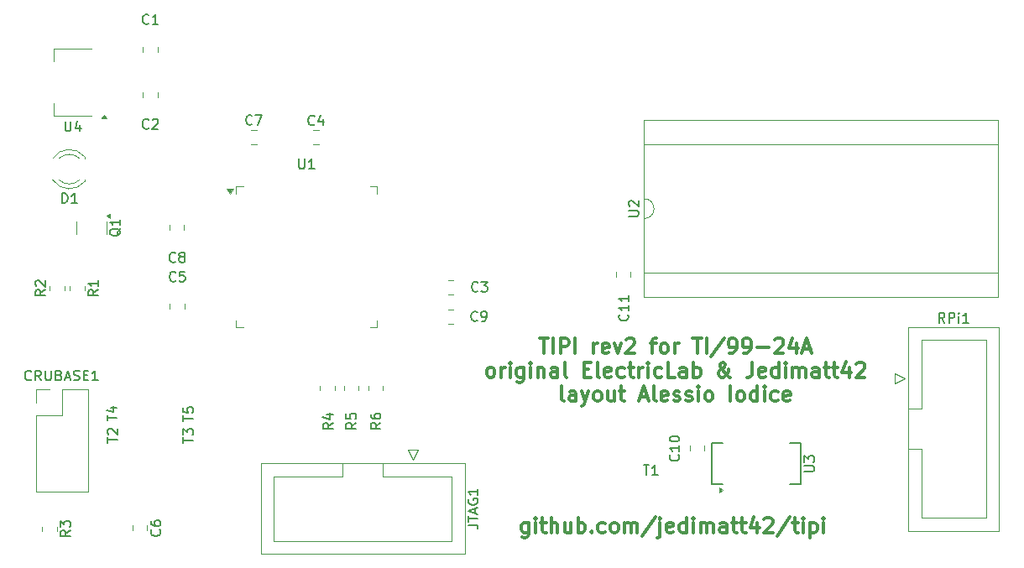
<source format=gbr>
G04 #@! TF.GenerationSoftware,KiCad,Pcbnew,8.0.1*
G04 #@! TF.CreationDate,2024-04-11T14:17:07+02:00*
G04 #@! TF.ProjectId,tipi,74697069-2e6b-4696-9361-645f70636258,2*
G04 #@! TF.SameCoordinates,Original*
G04 #@! TF.FileFunction,Legend,Top*
G04 #@! TF.FilePolarity,Positive*
%FSLAX46Y46*%
G04 Gerber Fmt 4.6, Leading zero omitted, Abs format (unit mm)*
G04 Created by KiCad (PCBNEW 8.0.1) date 2024-04-11 14:17:07*
%MOMM*%
%LPD*%
G01*
G04 APERTURE LIST*
%ADD10C,0.300000*%
%ADD11C,0.150000*%
%ADD12C,0.120000*%
G04 APERTURE END LIST*
D10*
X86926970Y-151697328D02*
X86926970Y-152911614D01*
X86926970Y-152911614D02*
X86855541Y-153054471D01*
X86855541Y-153054471D02*
X86784112Y-153125900D01*
X86784112Y-153125900D02*
X86641255Y-153197328D01*
X86641255Y-153197328D02*
X86426970Y-153197328D01*
X86426970Y-153197328D02*
X86284112Y-153125900D01*
X86926970Y-152625900D02*
X86784112Y-152697328D01*
X86784112Y-152697328D02*
X86498398Y-152697328D01*
X86498398Y-152697328D02*
X86355541Y-152625900D01*
X86355541Y-152625900D02*
X86284112Y-152554471D01*
X86284112Y-152554471D02*
X86212684Y-152411614D01*
X86212684Y-152411614D02*
X86212684Y-151983042D01*
X86212684Y-151983042D02*
X86284112Y-151840185D01*
X86284112Y-151840185D02*
X86355541Y-151768757D01*
X86355541Y-151768757D02*
X86498398Y-151697328D01*
X86498398Y-151697328D02*
X86784112Y-151697328D01*
X86784112Y-151697328D02*
X86926970Y-151768757D01*
X87641255Y-152697328D02*
X87641255Y-151697328D01*
X87641255Y-151197328D02*
X87569827Y-151268757D01*
X87569827Y-151268757D02*
X87641255Y-151340185D01*
X87641255Y-151340185D02*
X87712684Y-151268757D01*
X87712684Y-151268757D02*
X87641255Y-151197328D01*
X87641255Y-151197328D02*
X87641255Y-151340185D01*
X88141256Y-151697328D02*
X88712684Y-151697328D01*
X88355541Y-151197328D02*
X88355541Y-152483042D01*
X88355541Y-152483042D02*
X88426970Y-152625900D01*
X88426970Y-152625900D02*
X88569827Y-152697328D01*
X88569827Y-152697328D02*
X88712684Y-152697328D01*
X89212684Y-152697328D02*
X89212684Y-151197328D01*
X89855542Y-152697328D02*
X89855542Y-151911614D01*
X89855542Y-151911614D02*
X89784113Y-151768757D01*
X89784113Y-151768757D02*
X89641256Y-151697328D01*
X89641256Y-151697328D02*
X89426970Y-151697328D01*
X89426970Y-151697328D02*
X89284113Y-151768757D01*
X89284113Y-151768757D02*
X89212684Y-151840185D01*
X91212685Y-151697328D02*
X91212685Y-152697328D01*
X90569827Y-151697328D02*
X90569827Y-152483042D01*
X90569827Y-152483042D02*
X90641256Y-152625900D01*
X90641256Y-152625900D02*
X90784113Y-152697328D01*
X90784113Y-152697328D02*
X90998399Y-152697328D01*
X90998399Y-152697328D02*
X91141256Y-152625900D01*
X91141256Y-152625900D02*
X91212685Y-152554471D01*
X91926970Y-152697328D02*
X91926970Y-151197328D01*
X91926970Y-151768757D02*
X92069828Y-151697328D01*
X92069828Y-151697328D02*
X92355542Y-151697328D01*
X92355542Y-151697328D02*
X92498399Y-151768757D01*
X92498399Y-151768757D02*
X92569828Y-151840185D01*
X92569828Y-151840185D02*
X92641256Y-151983042D01*
X92641256Y-151983042D02*
X92641256Y-152411614D01*
X92641256Y-152411614D02*
X92569828Y-152554471D01*
X92569828Y-152554471D02*
X92498399Y-152625900D01*
X92498399Y-152625900D02*
X92355542Y-152697328D01*
X92355542Y-152697328D02*
X92069828Y-152697328D01*
X92069828Y-152697328D02*
X91926970Y-152625900D01*
X93284113Y-152554471D02*
X93355542Y-152625900D01*
X93355542Y-152625900D02*
X93284113Y-152697328D01*
X93284113Y-152697328D02*
X93212685Y-152625900D01*
X93212685Y-152625900D02*
X93284113Y-152554471D01*
X93284113Y-152554471D02*
X93284113Y-152697328D01*
X94641257Y-152625900D02*
X94498399Y-152697328D01*
X94498399Y-152697328D02*
X94212685Y-152697328D01*
X94212685Y-152697328D02*
X94069828Y-152625900D01*
X94069828Y-152625900D02*
X93998399Y-152554471D01*
X93998399Y-152554471D02*
X93926971Y-152411614D01*
X93926971Y-152411614D02*
X93926971Y-151983042D01*
X93926971Y-151983042D02*
X93998399Y-151840185D01*
X93998399Y-151840185D02*
X94069828Y-151768757D01*
X94069828Y-151768757D02*
X94212685Y-151697328D01*
X94212685Y-151697328D02*
X94498399Y-151697328D01*
X94498399Y-151697328D02*
X94641257Y-151768757D01*
X95498399Y-152697328D02*
X95355542Y-152625900D01*
X95355542Y-152625900D02*
X95284113Y-152554471D01*
X95284113Y-152554471D02*
X95212685Y-152411614D01*
X95212685Y-152411614D02*
X95212685Y-151983042D01*
X95212685Y-151983042D02*
X95284113Y-151840185D01*
X95284113Y-151840185D02*
X95355542Y-151768757D01*
X95355542Y-151768757D02*
X95498399Y-151697328D01*
X95498399Y-151697328D02*
X95712685Y-151697328D01*
X95712685Y-151697328D02*
X95855542Y-151768757D01*
X95855542Y-151768757D02*
X95926971Y-151840185D01*
X95926971Y-151840185D02*
X95998399Y-151983042D01*
X95998399Y-151983042D02*
X95998399Y-152411614D01*
X95998399Y-152411614D02*
X95926971Y-152554471D01*
X95926971Y-152554471D02*
X95855542Y-152625900D01*
X95855542Y-152625900D02*
X95712685Y-152697328D01*
X95712685Y-152697328D02*
X95498399Y-152697328D01*
X96641256Y-152697328D02*
X96641256Y-151697328D01*
X96641256Y-151840185D02*
X96712685Y-151768757D01*
X96712685Y-151768757D02*
X96855542Y-151697328D01*
X96855542Y-151697328D02*
X97069828Y-151697328D01*
X97069828Y-151697328D02*
X97212685Y-151768757D01*
X97212685Y-151768757D02*
X97284114Y-151911614D01*
X97284114Y-151911614D02*
X97284114Y-152697328D01*
X97284114Y-151911614D02*
X97355542Y-151768757D01*
X97355542Y-151768757D02*
X97498399Y-151697328D01*
X97498399Y-151697328D02*
X97712685Y-151697328D01*
X97712685Y-151697328D02*
X97855542Y-151768757D01*
X97855542Y-151768757D02*
X97926971Y-151911614D01*
X97926971Y-151911614D02*
X97926971Y-152697328D01*
X99712685Y-151125900D02*
X98426971Y-153054471D01*
X100212685Y-151697328D02*
X100212685Y-152983042D01*
X100212685Y-152983042D02*
X100141257Y-153125900D01*
X100141257Y-153125900D02*
X99998400Y-153197328D01*
X99998400Y-153197328D02*
X99926971Y-153197328D01*
X100212685Y-151197328D02*
X100141257Y-151268757D01*
X100141257Y-151268757D02*
X100212685Y-151340185D01*
X100212685Y-151340185D02*
X100284114Y-151268757D01*
X100284114Y-151268757D02*
X100212685Y-151197328D01*
X100212685Y-151197328D02*
X100212685Y-151340185D01*
X101498400Y-152625900D02*
X101355543Y-152697328D01*
X101355543Y-152697328D02*
X101069829Y-152697328D01*
X101069829Y-152697328D02*
X100926971Y-152625900D01*
X100926971Y-152625900D02*
X100855543Y-152483042D01*
X100855543Y-152483042D02*
X100855543Y-151911614D01*
X100855543Y-151911614D02*
X100926971Y-151768757D01*
X100926971Y-151768757D02*
X101069829Y-151697328D01*
X101069829Y-151697328D02*
X101355543Y-151697328D01*
X101355543Y-151697328D02*
X101498400Y-151768757D01*
X101498400Y-151768757D02*
X101569829Y-151911614D01*
X101569829Y-151911614D02*
X101569829Y-152054471D01*
X101569829Y-152054471D02*
X100855543Y-152197328D01*
X102855543Y-152697328D02*
X102855543Y-151197328D01*
X102855543Y-152625900D02*
X102712685Y-152697328D01*
X102712685Y-152697328D02*
X102426971Y-152697328D01*
X102426971Y-152697328D02*
X102284114Y-152625900D01*
X102284114Y-152625900D02*
X102212685Y-152554471D01*
X102212685Y-152554471D02*
X102141257Y-152411614D01*
X102141257Y-152411614D02*
X102141257Y-151983042D01*
X102141257Y-151983042D02*
X102212685Y-151840185D01*
X102212685Y-151840185D02*
X102284114Y-151768757D01*
X102284114Y-151768757D02*
X102426971Y-151697328D01*
X102426971Y-151697328D02*
X102712685Y-151697328D01*
X102712685Y-151697328D02*
X102855543Y-151768757D01*
X103569828Y-152697328D02*
X103569828Y-151697328D01*
X103569828Y-151197328D02*
X103498400Y-151268757D01*
X103498400Y-151268757D02*
X103569828Y-151340185D01*
X103569828Y-151340185D02*
X103641257Y-151268757D01*
X103641257Y-151268757D02*
X103569828Y-151197328D01*
X103569828Y-151197328D02*
X103569828Y-151340185D01*
X104284114Y-152697328D02*
X104284114Y-151697328D01*
X104284114Y-151840185D02*
X104355543Y-151768757D01*
X104355543Y-151768757D02*
X104498400Y-151697328D01*
X104498400Y-151697328D02*
X104712686Y-151697328D01*
X104712686Y-151697328D02*
X104855543Y-151768757D01*
X104855543Y-151768757D02*
X104926972Y-151911614D01*
X104926972Y-151911614D02*
X104926972Y-152697328D01*
X104926972Y-151911614D02*
X104998400Y-151768757D01*
X104998400Y-151768757D02*
X105141257Y-151697328D01*
X105141257Y-151697328D02*
X105355543Y-151697328D01*
X105355543Y-151697328D02*
X105498400Y-151768757D01*
X105498400Y-151768757D02*
X105569829Y-151911614D01*
X105569829Y-151911614D02*
X105569829Y-152697328D01*
X106926972Y-152697328D02*
X106926972Y-151911614D01*
X106926972Y-151911614D02*
X106855543Y-151768757D01*
X106855543Y-151768757D02*
X106712686Y-151697328D01*
X106712686Y-151697328D02*
X106426972Y-151697328D01*
X106426972Y-151697328D02*
X106284114Y-151768757D01*
X106926972Y-152625900D02*
X106784114Y-152697328D01*
X106784114Y-152697328D02*
X106426972Y-152697328D01*
X106426972Y-152697328D02*
X106284114Y-152625900D01*
X106284114Y-152625900D02*
X106212686Y-152483042D01*
X106212686Y-152483042D02*
X106212686Y-152340185D01*
X106212686Y-152340185D02*
X106284114Y-152197328D01*
X106284114Y-152197328D02*
X106426972Y-152125900D01*
X106426972Y-152125900D02*
X106784114Y-152125900D01*
X106784114Y-152125900D02*
X106926972Y-152054471D01*
X107426972Y-151697328D02*
X107998400Y-151697328D01*
X107641257Y-151197328D02*
X107641257Y-152483042D01*
X107641257Y-152483042D02*
X107712686Y-152625900D01*
X107712686Y-152625900D02*
X107855543Y-152697328D01*
X107855543Y-152697328D02*
X107998400Y-152697328D01*
X108284115Y-151697328D02*
X108855543Y-151697328D01*
X108498400Y-151197328D02*
X108498400Y-152483042D01*
X108498400Y-152483042D02*
X108569829Y-152625900D01*
X108569829Y-152625900D02*
X108712686Y-152697328D01*
X108712686Y-152697328D02*
X108855543Y-152697328D01*
X109998401Y-151697328D02*
X109998401Y-152697328D01*
X109641258Y-151125900D02*
X109284115Y-152197328D01*
X109284115Y-152197328D02*
X110212686Y-152197328D01*
X110712686Y-151340185D02*
X110784114Y-151268757D01*
X110784114Y-151268757D02*
X110926972Y-151197328D01*
X110926972Y-151197328D02*
X111284114Y-151197328D01*
X111284114Y-151197328D02*
X111426972Y-151268757D01*
X111426972Y-151268757D02*
X111498400Y-151340185D01*
X111498400Y-151340185D02*
X111569829Y-151483042D01*
X111569829Y-151483042D02*
X111569829Y-151625900D01*
X111569829Y-151625900D02*
X111498400Y-151840185D01*
X111498400Y-151840185D02*
X110641257Y-152697328D01*
X110641257Y-152697328D02*
X111569829Y-152697328D01*
X113284114Y-151125900D02*
X111998400Y-153054471D01*
X113569829Y-151697328D02*
X114141257Y-151697328D01*
X113784114Y-151197328D02*
X113784114Y-152483042D01*
X113784114Y-152483042D02*
X113855543Y-152625900D01*
X113855543Y-152625900D02*
X113998400Y-152697328D01*
X113998400Y-152697328D02*
X114141257Y-152697328D01*
X114641257Y-152697328D02*
X114641257Y-151697328D01*
X114641257Y-151197328D02*
X114569829Y-151268757D01*
X114569829Y-151268757D02*
X114641257Y-151340185D01*
X114641257Y-151340185D02*
X114712686Y-151268757D01*
X114712686Y-151268757D02*
X114641257Y-151197328D01*
X114641257Y-151197328D02*
X114641257Y-151340185D01*
X115355543Y-151697328D02*
X115355543Y-153197328D01*
X115355543Y-151768757D02*
X115498401Y-151697328D01*
X115498401Y-151697328D02*
X115784115Y-151697328D01*
X115784115Y-151697328D02*
X115926972Y-151768757D01*
X115926972Y-151768757D02*
X115998401Y-151840185D01*
X115998401Y-151840185D02*
X116069829Y-151983042D01*
X116069829Y-151983042D02*
X116069829Y-152411614D01*
X116069829Y-152411614D02*
X115998401Y-152554471D01*
X115998401Y-152554471D02*
X115926972Y-152625900D01*
X115926972Y-152625900D02*
X115784115Y-152697328D01*
X115784115Y-152697328D02*
X115498401Y-152697328D01*
X115498401Y-152697328D02*
X115355543Y-152625900D01*
X116712686Y-152697328D02*
X116712686Y-151697328D01*
X116712686Y-151197328D02*
X116641258Y-151268757D01*
X116641258Y-151268757D02*
X116712686Y-151340185D01*
X116712686Y-151340185D02*
X116784115Y-151268757D01*
X116784115Y-151268757D02*
X116712686Y-151197328D01*
X116712686Y-151197328D02*
X116712686Y-151340185D01*
X88088916Y-133110612D02*
X88946059Y-133110612D01*
X88517487Y-134610612D02*
X88517487Y-133110612D01*
X89446058Y-134610612D02*
X89446058Y-133110612D01*
X90160344Y-134610612D02*
X90160344Y-133110612D01*
X90160344Y-133110612D02*
X90731773Y-133110612D01*
X90731773Y-133110612D02*
X90874630Y-133182041D01*
X90874630Y-133182041D02*
X90946059Y-133253469D01*
X90946059Y-133253469D02*
X91017487Y-133396326D01*
X91017487Y-133396326D02*
X91017487Y-133610612D01*
X91017487Y-133610612D02*
X90946059Y-133753469D01*
X90946059Y-133753469D02*
X90874630Y-133824898D01*
X90874630Y-133824898D02*
X90731773Y-133896326D01*
X90731773Y-133896326D02*
X90160344Y-133896326D01*
X91660344Y-134610612D02*
X91660344Y-133110612D01*
X93517487Y-134610612D02*
X93517487Y-133610612D01*
X93517487Y-133896326D02*
X93588916Y-133753469D01*
X93588916Y-133753469D02*
X93660345Y-133682041D01*
X93660345Y-133682041D02*
X93803202Y-133610612D01*
X93803202Y-133610612D02*
X93946059Y-133610612D01*
X95017487Y-134539184D02*
X94874630Y-134610612D01*
X94874630Y-134610612D02*
X94588916Y-134610612D01*
X94588916Y-134610612D02*
X94446058Y-134539184D01*
X94446058Y-134539184D02*
X94374630Y-134396326D01*
X94374630Y-134396326D02*
X94374630Y-133824898D01*
X94374630Y-133824898D02*
X94446058Y-133682041D01*
X94446058Y-133682041D02*
X94588916Y-133610612D01*
X94588916Y-133610612D02*
X94874630Y-133610612D01*
X94874630Y-133610612D02*
X95017487Y-133682041D01*
X95017487Y-133682041D02*
X95088916Y-133824898D01*
X95088916Y-133824898D02*
X95088916Y-133967755D01*
X95088916Y-133967755D02*
X94374630Y-134110612D01*
X95588915Y-133610612D02*
X95946058Y-134610612D01*
X95946058Y-134610612D02*
X96303201Y-133610612D01*
X96803201Y-133253469D02*
X96874629Y-133182041D01*
X96874629Y-133182041D02*
X97017487Y-133110612D01*
X97017487Y-133110612D02*
X97374629Y-133110612D01*
X97374629Y-133110612D02*
X97517487Y-133182041D01*
X97517487Y-133182041D02*
X97588915Y-133253469D01*
X97588915Y-133253469D02*
X97660344Y-133396326D01*
X97660344Y-133396326D02*
X97660344Y-133539184D01*
X97660344Y-133539184D02*
X97588915Y-133753469D01*
X97588915Y-133753469D02*
X96731772Y-134610612D01*
X96731772Y-134610612D02*
X97660344Y-134610612D01*
X99231772Y-133610612D02*
X99803200Y-133610612D01*
X99446057Y-134610612D02*
X99446057Y-133324898D01*
X99446057Y-133324898D02*
X99517486Y-133182041D01*
X99517486Y-133182041D02*
X99660343Y-133110612D01*
X99660343Y-133110612D02*
X99803200Y-133110612D01*
X100517486Y-134610612D02*
X100374629Y-134539184D01*
X100374629Y-134539184D02*
X100303200Y-134467755D01*
X100303200Y-134467755D02*
X100231772Y-134324898D01*
X100231772Y-134324898D02*
X100231772Y-133896326D01*
X100231772Y-133896326D02*
X100303200Y-133753469D01*
X100303200Y-133753469D02*
X100374629Y-133682041D01*
X100374629Y-133682041D02*
X100517486Y-133610612D01*
X100517486Y-133610612D02*
X100731772Y-133610612D01*
X100731772Y-133610612D02*
X100874629Y-133682041D01*
X100874629Y-133682041D02*
X100946058Y-133753469D01*
X100946058Y-133753469D02*
X101017486Y-133896326D01*
X101017486Y-133896326D02*
X101017486Y-134324898D01*
X101017486Y-134324898D02*
X100946058Y-134467755D01*
X100946058Y-134467755D02*
X100874629Y-134539184D01*
X100874629Y-134539184D02*
X100731772Y-134610612D01*
X100731772Y-134610612D02*
X100517486Y-134610612D01*
X101660343Y-134610612D02*
X101660343Y-133610612D01*
X101660343Y-133896326D02*
X101731772Y-133753469D01*
X101731772Y-133753469D02*
X101803201Y-133682041D01*
X101803201Y-133682041D02*
X101946058Y-133610612D01*
X101946058Y-133610612D02*
X102088915Y-133610612D01*
X103517486Y-133110612D02*
X104374629Y-133110612D01*
X103946057Y-134610612D02*
X103946057Y-133110612D01*
X104874628Y-134610612D02*
X104874628Y-133110612D01*
X106660343Y-133039184D02*
X105374629Y-134967755D01*
X107231772Y-134610612D02*
X107517486Y-134610612D01*
X107517486Y-134610612D02*
X107660343Y-134539184D01*
X107660343Y-134539184D02*
X107731772Y-134467755D01*
X107731772Y-134467755D02*
X107874629Y-134253469D01*
X107874629Y-134253469D02*
X107946058Y-133967755D01*
X107946058Y-133967755D02*
X107946058Y-133396326D01*
X107946058Y-133396326D02*
X107874629Y-133253469D01*
X107874629Y-133253469D02*
X107803201Y-133182041D01*
X107803201Y-133182041D02*
X107660343Y-133110612D01*
X107660343Y-133110612D02*
X107374629Y-133110612D01*
X107374629Y-133110612D02*
X107231772Y-133182041D01*
X107231772Y-133182041D02*
X107160343Y-133253469D01*
X107160343Y-133253469D02*
X107088915Y-133396326D01*
X107088915Y-133396326D02*
X107088915Y-133753469D01*
X107088915Y-133753469D02*
X107160343Y-133896326D01*
X107160343Y-133896326D02*
X107231772Y-133967755D01*
X107231772Y-133967755D02*
X107374629Y-134039184D01*
X107374629Y-134039184D02*
X107660343Y-134039184D01*
X107660343Y-134039184D02*
X107803201Y-133967755D01*
X107803201Y-133967755D02*
X107874629Y-133896326D01*
X107874629Y-133896326D02*
X107946058Y-133753469D01*
X108660343Y-134610612D02*
X108946057Y-134610612D01*
X108946057Y-134610612D02*
X109088914Y-134539184D01*
X109088914Y-134539184D02*
X109160343Y-134467755D01*
X109160343Y-134467755D02*
X109303200Y-134253469D01*
X109303200Y-134253469D02*
X109374629Y-133967755D01*
X109374629Y-133967755D02*
X109374629Y-133396326D01*
X109374629Y-133396326D02*
X109303200Y-133253469D01*
X109303200Y-133253469D02*
X109231772Y-133182041D01*
X109231772Y-133182041D02*
X109088914Y-133110612D01*
X109088914Y-133110612D02*
X108803200Y-133110612D01*
X108803200Y-133110612D02*
X108660343Y-133182041D01*
X108660343Y-133182041D02*
X108588914Y-133253469D01*
X108588914Y-133253469D02*
X108517486Y-133396326D01*
X108517486Y-133396326D02*
X108517486Y-133753469D01*
X108517486Y-133753469D02*
X108588914Y-133896326D01*
X108588914Y-133896326D02*
X108660343Y-133967755D01*
X108660343Y-133967755D02*
X108803200Y-134039184D01*
X108803200Y-134039184D02*
X109088914Y-134039184D01*
X109088914Y-134039184D02*
X109231772Y-133967755D01*
X109231772Y-133967755D02*
X109303200Y-133896326D01*
X109303200Y-133896326D02*
X109374629Y-133753469D01*
X110017485Y-134039184D02*
X111160343Y-134039184D01*
X111803200Y-133253469D02*
X111874628Y-133182041D01*
X111874628Y-133182041D02*
X112017486Y-133110612D01*
X112017486Y-133110612D02*
X112374628Y-133110612D01*
X112374628Y-133110612D02*
X112517486Y-133182041D01*
X112517486Y-133182041D02*
X112588914Y-133253469D01*
X112588914Y-133253469D02*
X112660343Y-133396326D01*
X112660343Y-133396326D02*
X112660343Y-133539184D01*
X112660343Y-133539184D02*
X112588914Y-133753469D01*
X112588914Y-133753469D02*
X111731771Y-134610612D01*
X111731771Y-134610612D02*
X112660343Y-134610612D01*
X113946057Y-133610612D02*
X113946057Y-134610612D01*
X113588914Y-133039184D02*
X113231771Y-134110612D01*
X113231771Y-134110612D02*
X114160342Y-134110612D01*
X114660342Y-134182041D02*
X115374628Y-134182041D01*
X114517485Y-134610612D02*
X115017485Y-133110612D01*
X115017485Y-133110612D02*
X115517485Y-134610612D01*
X83017486Y-137025528D02*
X82874629Y-136954100D01*
X82874629Y-136954100D02*
X82803200Y-136882671D01*
X82803200Y-136882671D02*
X82731772Y-136739814D01*
X82731772Y-136739814D02*
X82731772Y-136311242D01*
X82731772Y-136311242D02*
X82803200Y-136168385D01*
X82803200Y-136168385D02*
X82874629Y-136096957D01*
X82874629Y-136096957D02*
X83017486Y-136025528D01*
X83017486Y-136025528D02*
X83231772Y-136025528D01*
X83231772Y-136025528D02*
X83374629Y-136096957D01*
X83374629Y-136096957D02*
X83446058Y-136168385D01*
X83446058Y-136168385D02*
X83517486Y-136311242D01*
X83517486Y-136311242D02*
X83517486Y-136739814D01*
X83517486Y-136739814D02*
X83446058Y-136882671D01*
X83446058Y-136882671D02*
X83374629Y-136954100D01*
X83374629Y-136954100D02*
X83231772Y-137025528D01*
X83231772Y-137025528D02*
X83017486Y-137025528D01*
X84160343Y-137025528D02*
X84160343Y-136025528D01*
X84160343Y-136311242D02*
X84231772Y-136168385D01*
X84231772Y-136168385D02*
X84303201Y-136096957D01*
X84303201Y-136096957D02*
X84446058Y-136025528D01*
X84446058Y-136025528D02*
X84588915Y-136025528D01*
X85088914Y-137025528D02*
X85088914Y-136025528D01*
X85088914Y-135525528D02*
X85017486Y-135596957D01*
X85017486Y-135596957D02*
X85088914Y-135668385D01*
X85088914Y-135668385D02*
X85160343Y-135596957D01*
X85160343Y-135596957D02*
X85088914Y-135525528D01*
X85088914Y-135525528D02*
X85088914Y-135668385D01*
X86446058Y-136025528D02*
X86446058Y-137239814D01*
X86446058Y-137239814D02*
X86374629Y-137382671D01*
X86374629Y-137382671D02*
X86303200Y-137454100D01*
X86303200Y-137454100D02*
X86160343Y-137525528D01*
X86160343Y-137525528D02*
X85946058Y-137525528D01*
X85946058Y-137525528D02*
X85803200Y-137454100D01*
X86446058Y-136954100D02*
X86303200Y-137025528D01*
X86303200Y-137025528D02*
X86017486Y-137025528D01*
X86017486Y-137025528D02*
X85874629Y-136954100D01*
X85874629Y-136954100D02*
X85803200Y-136882671D01*
X85803200Y-136882671D02*
X85731772Y-136739814D01*
X85731772Y-136739814D02*
X85731772Y-136311242D01*
X85731772Y-136311242D02*
X85803200Y-136168385D01*
X85803200Y-136168385D02*
X85874629Y-136096957D01*
X85874629Y-136096957D02*
X86017486Y-136025528D01*
X86017486Y-136025528D02*
X86303200Y-136025528D01*
X86303200Y-136025528D02*
X86446058Y-136096957D01*
X87160343Y-137025528D02*
X87160343Y-136025528D01*
X87160343Y-135525528D02*
X87088915Y-135596957D01*
X87088915Y-135596957D02*
X87160343Y-135668385D01*
X87160343Y-135668385D02*
X87231772Y-135596957D01*
X87231772Y-135596957D02*
X87160343Y-135525528D01*
X87160343Y-135525528D02*
X87160343Y-135668385D01*
X87874629Y-136025528D02*
X87874629Y-137025528D01*
X87874629Y-136168385D02*
X87946058Y-136096957D01*
X87946058Y-136096957D02*
X88088915Y-136025528D01*
X88088915Y-136025528D02*
X88303201Y-136025528D01*
X88303201Y-136025528D02*
X88446058Y-136096957D01*
X88446058Y-136096957D02*
X88517487Y-136239814D01*
X88517487Y-136239814D02*
X88517487Y-137025528D01*
X89874630Y-137025528D02*
X89874630Y-136239814D01*
X89874630Y-136239814D02*
X89803201Y-136096957D01*
X89803201Y-136096957D02*
X89660344Y-136025528D01*
X89660344Y-136025528D02*
X89374630Y-136025528D01*
X89374630Y-136025528D02*
X89231772Y-136096957D01*
X89874630Y-136954100D02*
X89731772Y-137025528D01*
X89731772Y-137025528D02*
X89374630Y-137025528D01*
X89374630Y-137025528D02*
X89231772Y-136954100D01*
X89231772Y-136954100D02*
X89160344Y-136811242D01*
X89160344Y-136811242D02*
X89160344Y-136668385D01*
X89160344Y-136668385D02*
X89231772Y-136525528D01*
X89231772Y-136525528D02*
X89374630Y-136454100D01*
X89374630Y-136454100D02*
X89731772Y-136454100D01*
X89731772Y-136454100D02*
X89874630Y-136382671D01*
X90803201Y-137025528D02*
X90660344Y-136954100D01*
X90660344Y-136954100D02*
X90588915Y-136811242D01*
X90588915Y-136811242D02*
X90588915Y-135525528D01*
X92517486Y-136239814D02*
X93017486Y-136239814D01*
X93231772Y-137025528D02*
X92517486Y-137025528D01*
X92517486Y-137025528D02*
X92517486Y-135525528D01*
X92517486Y-135525528D02*
X93231772Y-135525528D01*
X94088915Y-137025528D02*
X93946058Y-136954100D01*
X93946058Y-136954100D02*
X93874629Y-136811242D01*
X93874629Y-136811242D02*
X93874629Y-135525528D01*
X95231772Y-136954100D02*
X95088915Y-137025528D01*
X95088915Y-137025528D02*
X94803201Y-137025528D01*
X94803201Y-137025528D02*
X94660343Y-136954100D01*
X94660343Y-136954100D02*
X94588915Y-136811242D01*
X94588915Y-136811242D02*
X94588915Y-136239814D01*
X94588915Y-136239814D02*
X94660343Y-136096957D01*
X94660343Y-136096957D02*
X94803201Y-136025528D01*
X94803201Y-136025528D02*
X95088915Y-136025528D01*
X95088915Y-136025528D02*
X95231772Y-136096957D01*
X95231772Y-136096957D02*
X95303201Y-136239814D01*
X95303201Y-136239814D02*
X95303201Y-136382671D01*
X95303201Y-136382671D02*
X94588915Y-136525528D01*
X96588915Y-136954100D02*
X96446057Y-137025528D01*
X96446057Y-137025528D02*
X96160343Y-137025528D01*
X96160343Y-137025528D02*
X96017486Y-136954100D01*
X96017486Y-136954100D02*
X95946057Y-136882671D01*
X95946057Y-136882671D02*
X95874629Y-136739814D01*
X95874629Y-136739814D02*
X95874629Y-136311242D01*
X95874629Y-136311242D02*
X95946057Y-136168385D01*
X95946057Y-136168385D02*
X96017486Y-136096957D01*
X96017486Y-136096957D02*
X96160343Y-136025528D01*
X96160343Y-136025528D02*
X96446057Y-136025528D01*
X96446057Y-136025528D02*
X96588915Y-136096957D01*
X97017486Y-136025528D02*
X97588914Y-136025528D01*
X97231771Y-135525528D02*
X97231771Y-136811242D01*
X97231771Y-136811242D02*
X97303200Y-136954100D01*
X97303200Y-136954100D02*
X97446057Y-137025528D01*
X97446057Y-137025528D02*
X97588914Y-137025528D01*
X98088914Y-137025528D02*
X98088914Y-136025528D01*
X98088914Y-136311242D02*
X98160343Y-136168385D01*
X98160343Y-136168385D02*
X98231772Y-136096957D01*
X98231772Y-136096957D02*
X98374629Y-136025528D01*
X98374629Y-136025528D02*
X98517486Y-136025528D01*
X99017485Y-137025528D02*
X99017485Y-136025528D01*
X99017485Y-135525528D02*
X98946057Y-135596957D01*
X98946057Y-135596957D02*
X99017485Y-135668385D01*
X99017485Y-135668385D02*
X99088914Y-135596957D01*
X99088914Y-135596957D02*
X99017485Y-135525528D01*
X99017485Y-135525528D02*
X99017485Y-135668385D01*
X100374629Y-136954100D02*
X100231771Y-137025528D01*
X100231771Y-137025528D02*
X99946057Y-137025528D01*
X99946057Y-137025528D02*
X99803200Y-136954100D01*
X99803200Y-136954100D02*
X99731771Y-136882671D01*
X99731771Y-136882671D02*
X99660343Y-136739814D01*
X99660343Y-136739814D02*
X99660343Y-136311242D01*
X99660343Y-136311242D02*
X99731771Y-136168385D01*
X99731771Y-136168385D02*
X99803200Y-136096957D01*
X99803200Y-136096957D02*
X99946057Y-136025528D01*
X99946057Y-136025528D02*
X100231771Y-136025528D01*
X100231771Y-136025528D02*
X100374629Y-136096957D01*
X101731771Y-137025528D02*
X101017485Y-137025528D01*
X101017485Y-137025528D02*
X101017485Y-135525528D01*
X102874629Y-137025528D02*
X102874629Y-136239814D01*
X102874629Y-136239814D02*
X102803200Y-136096957D01*
X102803200Y-136096957D02*
X102660343Y-136025528D01*
X102660343Y-136025528D02*
X102374629Y-136025528D01*
X102374629Y-136025528D02*
X102231771Y-136096957D01*
X102874629Y-136954100D02*
X102731771Y-137025528D01*
X102731771Y-137025528D02*
X102374629Y-137025528D01*
X102374629Y-137025528D02*
X102231771Y-136954100D01*
X102231771Y-136954100D02*
X102160343Y-136811242D01*
X102160343Y-136811242D02*
X102160343Y-136668385D01*
X102160343Y-136668385D02*
X102231771Y-136525528D01*
X102231771Y-136525528D02*
X102374629Y-136454100D01*
X102374629Y-136454100D02*
X102731771Y-136454100D01*
X102731771Y-136454100D02*
X102874629Y-136382671D01*
X103588914Y-137025528D02*
X103588914Y-135525528D01*
X103588914Y-136096957D02*
X103731772Y-136025528D01*
X103731772Y-136025528D02*
X104017486Y-136025528D01*
X104017486Y-136025528D02*
X104160343Y-136096957D01*
X104160343Y-136096957D02*
X104231772Y-136168385D01*
X104231772Y-136168385D02*
X104303200Y-136311242D01*
X104303200Y-136311242D02*
X104303200Y-136739814D01*
X104303200Y-136739814D02*
X104231772Y-136882671D01*
X104231772Y-136882671D02*
X104160343Y-136954100D01*
X104160343Y-136954100D02*
X104017486Y-137025528D01*
X104017486Y-137025528D02*
X103731772Y-137025528D01*
X103731772Y-137025528D02*
X103588914Y-136954100D01*
X107303200Y-137025528D02*
X107231772Y-137025528D01*
X107231772Y-137025528D02*
X107088914Y-136954100D01*
X107088914Y-136954100D02*
X106874629Y-136739814D01*
X106874629Y-136739814D02*
X106517486Y-136311242D01*
X106517486Y-136311242D02*
X106374629Y-136096957D01*
X106374629Y-136096957D02*
X106303200Y-135882671D01*
X106303200Y-135882671D02*
X106303200Y-135739814D01*
X106303200Y-135739814D02*
X106374629Y-135596957D01*
X106374629Y-135596957D02*
X106517486Y-135525528D01*
X106517486Y-135525528D02*
X106588914Y-135525528D01*
X106588914Y-135525528D02*
X106731772Y-135596957D01*
X106731772Y-135596957D02*
X106803200Y-135739814D01*
X106803200Y-135739814D02*
X106803200Y-135811242D01*
X106803200Y-135811242D02*
X106731772Y-135954100D01*
X106731772Y-135954100D02*
X106660343Y-136025528D01*
X106660343Y-136025528D02*
X106231772Y-136311242D01*
X106231772Y-136311242D02*
X106160343Y-136382671D01*
X106160343Y-136382671D02*
X106088914Y-136525528D01*
X106088914Y-136525528D02*
X106088914Y-136739814D01*
X106088914Y-136739814D02*
X106160343Y-136882671D01*
X106160343Y-136882671D02*
X106231772Y-136954100D01*
X106231772Y-136954100D02*
X106374629Y-137025528D01*
X106374629Y-137025528D02*
X106588914Y-137025528D01*
X106588914Y-137025528D02*
X106731772Y-136954100D01*
X106731772Y-136954100D02*
X106803200Y-136882671D01*
X106803200Y-136882671D02*
X107017486Y-136596957D01*
X107017486Y-136596957D02*
X107088914Y-136382671D01*
X107088914Y-136382671D02*
X107088914Y-136239814D01*
X109517486Y-135525528D02*
X109517486Y-136596957D01*
X109517486Y-136596957D02*
X109446057Y-136811242D01*
X109446057Y-136811242D02*
X109303200Y-136954100D01*
X109303200Y-136954100D02*
X109088914Y-137025528D01*
X109088914Y-137025528D02*
X108946057Y-137025528D01*
X110803200Y-136954100D02*
X110660343Y-137025528D01*
X110660343Y-137025528D02*
X110374629Y-137025528D01*
X110374629Y-137025528D02*
X110231771Y-136954100D01*
X110231771Y-136954100D02*
X110160343Y-136811242D01*
X110160343Y-136811242D02*
X110160343Y-136239814D01*
X110160343Y-136239814D02*
X110231771Y-136096957D01*
X110231771Y-136096957D02*
X110374629Y-136025528D01*
X110374629Y-136025528D02*
X110660343Y-136025528D01*
X110660343Y-136025528D02*
X110803200Y-136096957D01*
X110803200Y-136096957D02*
X110874629Y-136239814D01*
X110874629Y-136239814D02*
X110874629Y-136382671D01*
X110874629Y-136382671D02*
X110160343Y-136525528D01*
X112160343Y-137025528D02*
X112160343Y-135525528D01*
X112160343Y-136954100D02*
X112017485Y-137025528D01*
X112017485Y-137025528D02*
X111731771Y-137025528D01*
X111731771Y-137025528D02*
X111588914Y-136954100D01*
X111588914Y-136954100D02*
X111517485Y-136882671D01*
X111517485Y-136882671D02*
X111446057Y-136739814D01*
X111446057Y-136739814D02*
X111446057Y-136311242D01*
X111446057Y-136311242D02*
X111517485Y-136168385D01*
X111517485Y-136168385D02*
X111588914Y-136096957D01*
X111588914Y-136096957D02*
X111731771Y-136025528D01*
X111731771Y-136025528D02*
X112017485Y-136025528D01*
X112017485Y-136025528D02*
X112160343Y-136096957D01*
X112874628Y-137025528D02*
X112874628Y-136025528D01*
X112874628Y-135525528D02*
X112803200Y-135596957D01*
X112803200Y-135596957D02*
X112874628Y-135668385D01*
X112874628Y-135668385D02*
X112946057Y-135596957D01*
X112946057Y-135596957D02*
X112874628Y-135525528D01*
X112874628Y-135525528D02*
X112874628Y-135668385D01*
X113588914Y-137025528D02*
X113588914Y-136025528D01*
X113588914Y-136168385D02*
X113660343Y-136096957D01*
X113660343Y-136096957D02*
X113803200Y-136025528D01*
X113803200Y-136025528D02*
X114017486Y-136025528D01*
X114017486Y-136025528D02*
X114160343Y-136096957D01*
X114160343Y-136096957D02*
X114231772Y-136239814D01*
X114231772Y-136239814D02*
X114231772Y-137025528D01*
X114231772Y-136239814D02*
X114303200Y-136096957D01*
X114303200Y-136096957D02*
X114446057Y-136025528D01*
X114446057Y-136025528D02*
X114660343Y-136025528D01*
X114660343Y-136025528D02*
X114803200Y-136096957D01*
X114803200Y-136096957D02*
X114874629Y-136239814D01*
X114874629Y-136239814D02*
X114874629Y-137025528D01*
X116231772Y-137025528D02*
X116231772Y-136239814D01*
X116231772Y-136239814D02*
X116160343Y-136096957D01*
X116160343Y-136096957D02*
X116017486Y-136025528D01*
X116017486Y-136025528D02*
X115731772Y-136025528D01*
X115731772Y-136025528D02*
X115588914Y-136096957D01*
X116231772Y-136954100D02*
X116088914Y-137025528D01*
X116088914Y-137025528D02*
X115731772Y-137025528D01*
X115731772Y-137025528D02*
X115588914Y-136954100D01*
X115588914Y-136954100D02*
X115517486Y-136811242D01*
X115517486Y-136811242D02*
X115517486Y-136668385D01*
X115517486Y-136668385D02*
X115588914Y-136525528D01*
X115588914Y-136525528D02*
X115731772Y-136454100D01*
X115731772Y-136454100D02*
X116088914Y-136454100D01*
X116088914Y-136454100D02*
X116231772Y-136382671D01*
X116731772Y-136025528D02*
X117303200Y-136025528D01*
X116946057Y-135525528D02*
X116946057Y-136811242D01*
X116946057Y-136811242D02*
X117017486Y-136954100D01*
X117017486Y-136954100D02*
X117160343Y-137025528D01*
X117160343Y-137025528D02*
X117303200Y-137025528D01*
X117588915Y-136025528D02*
X118160343Y-136025528D01*
X117803200Y-135525528D02*
X117803200Y-136811242D01*
X117803200Y-136811242D02*
X117874629Y-136954100D01*
X117874629Y-136954100D02*
X118017486Y-137025528D01*
X118017486Y-137025528D02*
X118160343Y-137025528D01*
X119303201Y-136025528D02*
X119303201Y-137025528D01*
X118946058Y-135454100D02*
X118588915Y-136525528D01*
X118588915Y-136525528D02*
X119517486Y-136525528D01*
X120017486Y-135668385D02*
X120088914Y-135596957D01*
X120088914Y-135596957D02*
X120231772Y-135525528D01*
X120231772Y-135525528D02*
X120588914Y-135525528D01*
X120588914Y-135525528D02*
X120731772Y-135596957D01*
X120731772Y-135596957D02*
X120803200Y-135668385D01*
X120803200Y-135668385D02*
X120874629Y-135811242D01*
X120874629Y-135811242D02*
X120874629Y-135954100D01*
X120874629Y-135954100D02*
X120803200Y-136168385D01*
X120803200Y-136168385D02*
X119946057Y-137025528D01*
X119946057Y-137025528D02*
X120874629Y-137025528D01*
X90517485Y-139440444D02*
X90374628Y-139369016D01*
X90374628Y-139369016D02*
X90303199Y-139226158D01*
X90303199Y-139226158D02*
X90303199Y-137940444D01*
X91731771Y-139440444D02*
X91731771Y-138654730D01*
X91731771Y-138654730D02*
X91660342Y-138511873D01*
X91660342Y-138511873D02*
X91517485Y-138440444D01*
X91517485Y-138440444D02*
X91231771Y-138440444D01*
X91231771Y-138440444D02*
X91088913Y-138511873D01*
X91731771Y-139369016D02*
X91588913Y-139440444D01*
X91588913Y-139440444D02*
X91231771Y-139440444D01*
X91231771Y-139440444D02*
X91088913Y-139369016D01*
X91088913Y-139369016D02*
X91017485Y-139226158D01*
X91017485Y-139226158D02*
X91017485Y-139083301D01*
X91017485Y-139083301D02*
X91088913Y-138940444D01*
X91088913Y-138940444D02*
X91231771Y-138869016D01*
X91231771Y-138869016D02*
X91588913Y-138869016D01*
X91588913Y-138869016D02*
X91731771Y-138797587D01*
X92303199Y-138440444D02*
X92660342Y-139440444D01*
X93017485Y-138440444D02*
X92660342Y-139440444D01*
X92660342Y-139440444D02*
X92517485Y-139797587D01*
X92517485Y-139797587D02*
X92446056Y-139869016D01*
X92446056Y-139869016D02*
X92303199Y-139940444D01*
X93803199Y-139440444D02*
X93660342Y-139369016D01*
X93660342Y-139369016D02*
X93588913Y-139297587D01*
X93588913Y-139297587D02*
X93517485Y-139154730D01*
X93517485Y-139154730D02*
X93517485Y-138726158D01*
X93517485Y-138726158D02*
X93588913Y-138583301D01*
X93588913Y-138583301D02*
X93660342Y-138511873D01*
X93660342Y-138511873D02*
X93803199Y-138440444D01*
X93803199Y-138440444D02*
X94017485Y-138440444D01*
X94017485Y-138440444D02*
X94160342Y-138511873D01*
X94160342Y-138511873D02*
X94231771Y-138583301D01*
X94231771Y-138583301D02*
X94303199Y-138726158D01*
X94303199Y-138726158D02*
X94303199Y-139154730D01*
X94303199Y-139154730D02*
X94231771Y-139297587D01*
X94231771Y-139297587D02*
X94160342Y-139369016D01*
X94160342Y-139369016D02*
X94017485Y-139440444D01*
X94017485Y-139440444D02*
X93803199Y-139440444D01*
X95588914Y-138440444D02*
X95588914Y-139440444D01*
X94946056Y-138440444D02*
X94946056Y-139226158D01*
X94946056Y-139226158D02*
X95017485Y-139369016D01*
X95017485Y-139369016D02*
X95160342Y-139440444D01*
X95160342Y-139440444D02*
X95374628Y-139440444D01*
X95374628Y-139440444D02*
X95517485Y-139369016D01*
X95517485Y-139369016D02*
X95588914Y-139297587D01*
X96088914Y-138440444D02*
X96660342Y-138440444D01*
X96303199Y-137940444D02*
X96303199Y-139226158D01*
X96303199Y-139226158D02*
X96374628Y-139369016D01*
X96374628Y-139369016D02*
X96517485Y-139440444D01*
X96517485Y-139440444D02*
X96660342Y-139440444D01*
X98231771Y-139011873D02*
X98946057Y-139011873D01*
X98088914Y-139440444D02*
X98588914Y-137940444D01*
X98588914Y-137940444D02*
X99088914Y-139440444D01*
X99803199Y-139440444D02*
X99660342Y-139369016D01*
X99660342Y-139369016D02*
X99588913Y-139226158D01*
X99588913Y-139226158D02*
X99588913Y-137940444D01*
X100946056Y-139369016D02*
X100803199Y-139440444D01*
X100803199Y-139440444D02*
X100517485Y-139440444D01*
X100517485Y-139440444D02*
X100374627Y-139369016D01*
X100374627Y-139369016D02*
X100303199Y-139226158D01*
X100303199Y-139226158D02*
X100303199Y-138654730D01*
X100303199Y-138654730D02*
X100374627Y-138511873D01*
X100374627Y-138511873D02*
X100517485Y-138440444D01*
X100517485Y-138440444D02*
X100803199Y-138440444D01*
X100803199Y-138440444D02*
X100946056Y-138511873D01*
X100946056Y-138511873D02*
X101017485Y-138654730D01*
X101017485Y-138654730D02*
X101017485Y-138797587D01*
X101017485Y-138797587D02*
X100303199Y-138940444D01*
X101588913Y-139369016D02*
X101731770Y-139440444D01*
X101731770Y-139440444D02*
X102017484Y-139440444D01*
X102017484Y-139440444D02*
X102160341Y-139369016D01*
X102160341Y-139369016D02*
X102231770Y-139226158D01*
X102231770Y-139226158D02*
X102231770Y-139154730D01*
X102231770Y-139154730D02*
X102160341Y-139011873D01*
X102160341Y-139011873D02*
X102017484Y-138940444D01*
X102017484Y-138940444D02*
X101803199Y-138940444D01*
X101803199Y-138940444D02*
X101660341Y-138869016D01*
X101660341Y-138869016D02*
X101588913Y-138726158D01*
X101588913Y-138726158D02*
X101588913Y-138654730D01*
X101588913Y-138654730D02*
X101660341Y-138511873D01*
X101660341Y-138511873D02*
X101803199Y-138440444D01*
X101803199Y-138440444D02*
X102017484Y-138440444D01*
X102017484Y-138440444D02*
X102160341Y-138511873D01*
X102803199Y-139369016D02*
X102946056Y-139440444D01*
X102946056Y-139440444D02*
X103231770Y-139440444D01*
X103231770Y-139440444D02*
X103374627Y-139369016D01*
X103374627Y-139369016D02*
X103446056Y-139226158D01*
X103446056Y-139226158D02*
X103446056Y-139154730D01*
X103446056Y-139154730D02*
X103374627Y-139011873D01*
X103374627Y-139011873D02*
X103231770Y-138940444D01*
X103231770Y-138940444D02*
X103017485Y-138940444D01*
X103017485Y-138940444D02*
X102874627Y-138869016D01*
X102874627Y-138869016D02*
X102803199Y-138726158D01*
X102803199Y-138726158D02*
X102803199Y-138654730D01*
X102803199Y-138654730D02*
X102874627Y-138511873D01*
X102874627Y-138511873D02*
X103017485Y-138440444D01*
X103017485Y-138440444D02*
X103231770Y-138440444D01*
X103231770Y-138440444D02*
X103374627Y-138511873D01*
X104088913Y-139440444D02*
X104088913Y-138440444D01*
X104088913Y-137940444D02*
X104017485Y-138011873D01*
X104017485Y-138011873D02*
X104088913Y-138083301D01*
X104088913Y-138083301D02*
X104160342Y-138011873D01*
X104160342Y-138011873D02*
X104088913Y-137940444D01*
X104088913Y-137940444D02*
X104088913Y-138083301D01*
X105017485Y-139440444D02*
X104874628Y-139369016D01*
X104874628Y-139369016D02*
X104803199Y-139297587D01*
X104803199Y-139297587D02*
X104731771Y-139154730D01*
X104731771Y-139154730D02*
X104731771Y-138726158D01*
X104731771Y-138726158D02*
X104803199Y-138583301D01*
X104803199Y-138583301D02*
X104874628Y-138511873D01*
X104874628Y-138511873D02*
X105017485Y-138440444D01*
X105017485Y-138440444D02*
X105231771Y-138440444D01*
X105231771Y-138440444D02*
X105374628Y-138511873D01*
X105374628Y-138511873D02*
X105446057Y-138583301D01*
X105446057Y-138583301D02*
X105517485Y-138726158D01*
X105517485Y-138726158D02*
X105517485Y-139154730D01*
X105517485Y-139154730D02*
X105446057Y-139297587D01*
X105446057Y-139297587D02*
X105374628Y-139369016D01*
X105374628Y-139369016D02*
X105231771Y-139440444D01*
X105231771Y-139440444D02*
X105017485Y-139440444D01*
X107303199Y-139440444D02*
X107303199Y-137940444D01*
X108231771Y-139440444D02*
X108088914Y-139369016D01*
X108088914Y-139369016D02*
X108017485Y-139297587D01*
X108017485Y-139297587D02*
X107946057Y-139154730D01*
X107946057Y-139154730D02*
X107946057Y-138726158D01*
X107946057Y-138726158D02*
X108017485Y-138583301D01*
X108017485Y-138583301D02*
X108088914Y-138511873D01*
X108088914Y-138511873D02*
X108231771Y-138440444D01*
X108231771Y-138440444D02*
X108446057Y-138440444D01*
X108446057Y-138440444D02*
X108588914Y-138511873D01*
X108588914Y-138511873D02*
X108660343Y-138583301D01*
X108660343Y-138583301D02*
X108731771Y-138726158D01*
X108731771Y-138726158D02*
X108731771Y-139154730D01*
X108731771Y-139154730D02*
X108660343Y-139297587D01*
X108660343Y-139297587D02*
X108588914Y-139369016D01*
X108588914Y-139369016D02*
X108446057Y-139440444D01*
X108446057Y-139440444D02*
X108231771Y-139440444D01*
X110017486Y-139440444D02*
X110017486Y-137940444D01*
X110017486Y-139369016D02*
X109874628Y-139440444D01*
X109874628Y-139440444D02*
X109588914Y-139440444D01*
X109588914Y-139440444D02*
X109446057Y-139369016D01*
X109446057Y-139369016D02*
X109374628Y-139297587D01*
X109374628Y-139297587D02*
X109303200Y-139154730D01*
X109303200Y-139154730D02*
X109303200Y-138726158D01*
X109303200Y-138726158D02*
X109374628Y-138583301D01*
X109374628Y-138583301D02*
X109446057Y-138511873D01*
X109446057Y-138511873D02*
X109588914Y-138440444D01*
X109588914Y-138440444D02*
X109874628Y-138440444D01*
X109874628Y-138440444D02*
X110017486Y-138511873D01*
X110731771Y-139440444D02*
X110731771Y-138440444D01*
X110731771Y-137940444D02*
X110660343Y-138011873D01*
X110660343Y-138011873D02*
X110731771Y-138083301D01*
X110731771Y-138083301D02*
X110803200Y-138011873D01*
X110803200Y-138011873D02*
X110731771Y-137940444D01*
X110731771Y-137940444D02*
X110731771Y-138083301D01*
X112088915Y-139369016D02*
X111946057Y-139440444D01*
X111946057Y-139440444D02*
X111660343Y-139440444D01*
X111660343Y-139440444D02*
X111517486Y-139369016D01*
X111517486Y-139369016D02*
X111446057Y-139297587D01*
X111446057Y-139297587D02*
X111374629Y-139154730D01*
X111374629Y-139154730D02*
X111374629Y-138726158D01*
X111374629Y-138726158D02*
X111446057Y-138583301D01*
X111446057Y-138583301D02*
X111517486Y-138511873D01*
X111517486Y-138511873D02*
X111660343Y-138440444D01*
X111660343Y-138440444D02*
X111946057Y-138440444D01*
X111946057Y-138440444D02*
X112088915Y-138511873D01*
X113303200Y-139369016D02*
X113160343Y-139440444D01*
X113160343Y-139440444D02*
X112874629Y-139440444D01*
X112874629Y-139440444D02*
X112731771Y-139369016D01*
X112731771Y-139369016D02*
X112660343Y-139226158D01*
X112660343Y-139226158D02*
X112660343Y-138654730D01*
X112660343Y-138654730D02*
X112731771Y-138511873D01*
X112731771Y-138511873D02*
X112874629Y-138440444D01*
X112874629Y-138440444D02*
X113160343Y-138440444D01*
X113160343Y-138440444D02*
X113303200Y-138511873D01*
X113303200Y-138511873D02*
X113374629Y-138654730D01*
X113374629Y-138654730D02*
X113374629Y-138797587D01*
X113374629Y-138797587D02*
X112660343Y-138940444D01*
D11*
X51344533Y-127276080D02*
X51296914Y-127323700D01*
X51296914Y-127323700D02*
X51154057Y-127371319D01*
X51154057Y-127371319D02*
X51058819Y-127371319D01*
X51058819Y-127371319D02*
X50915962Y-127323700D01*
X50915962Y-127323700D02*
X50820724Y-127228461D01*
X50820724Y-127228461D02*
X50773105Y-127133223D01*
X50773105Y-127133223D02*
X50725486Y-126942747D01*
X50725486Y-126942747D02*
X50725486Y-126799890D01*
X50725486Y-126799890D02*
X50773105Y-126609414D01*
X50773105Y-126609414D02*
X50820724Y-126514176D01*
X50820724Y-126514176D02*
X50915962Y-126418938D01*
X50915962Y-126418938D02*
X51058819Y-126371319D01*
X51058819Y-126371319D02*
X51154057Y-126371319D01*
X51154057Y-126371319D02*
X51296914Y-126418938D01*
X51296914Y-126418938D02*
X51344533Y-126466557D01*
X52249295Y-126371319D02*
X51773105Y-126371319D01*
X51773105Y-126371319D02*
X51725486Y-126847509D01*
X51725486Y-126847509D02*
X51773105Y-126799890D01*
X51773105Y-126799890D02*
X51868343Y-126752271D01*
X51868343Y-126752271D02*
X52106438Y-126752271D01*
X52106438Y-126752271D02*
X52201676Y-126799890D01*
X52201676Y-126799890D02*
X52249295Y-126847509D01*
X52249295Y-126847509D02*
X52296914Y-126942747D01*
X52296914Y-126942747D02*
X52296914Y-127180842D01*
X52296914Y-127180842D02*
X52249295Y-127276080D01*
X52249295Y-127276080D02*
X52201676Y-127323700D01*
X52201676Y-127323700D02*
X52106438Y-127371319D01*
X52106438Y-127371319D02*
X51868343Y-127371319D01*
X51868343Y-127371319D02*
X51773105Y-127323700D01*
X51773105Y-127323700D02*
X51725486Y-127276080D01*
X49740780Y-152414266D02*
X49788400Y-152461885D01*
X49788400Y-152461885D02*
X49836019Y-152604742D01*
X49836019Y-152604742D02*
X49836019Y-152699980D01*
X49836019Y-152699980D02*
X49788400Y-152842837D01*
X49788400Y-152842837D02*
X49693161Y-152938075D01*
X49693161Y-152938075D02*
X49597923Y-152985694D01*
X49597923Y-152985694D02*
X49407447Y-153033313D01*
X49407447Y-153033313D02*
X49264590Y-153033313D01*
X49264590Y-153033313D02*
X49074114Y-152985694D01*
X49074114Y-152985694D02*
X48978876Y-152938075D01*
X48978876Y-152938075D02*
X48883638Y-152842837D01*
X48883638Y-152842837D02*
X48836019Y-152699980D01*
X48836019Y-152699980D02*
X48836019Y-152604742D01*
X48836019Y-152604742D02*
X48883638Y-152461885D01*
X48883638Y-152461885D02*
X48931257Y-152414266D01*
X48836019Y-151557123D02*
X48836019Y-151747599D01*
X48836019Y-151747599D02*
X48883638Y-151842837D01*
X48883638Y-151842837D02*
X48931257Y-151890456D01*
X48931257Y-151890456D02*
X49074114Y-151985694D01*
X49074114Y-151985694D02*
X49264590Y-152033313D01*
X49264590Y-152033313D02*
X49645542Y-152033313D01*
X49645542Y-152033313D02*
X49740780Y-151985694D01*
X49740780Y-151985694D02*
X49788400Y-151938075D01*
X49788400Y-151938075D02*
X49836019Y-151842837D01*
X49836019Y-151842837D02*
X49836019Y-151652361D01*
X49836019Y-151652361D02*
X49788400Y-151557123D01*
X49788400Y-151557123D02*
X49740780Y-151509504D01*
X49740780Y-151509504D02*
X49645542Y-151461885D01*
X49645542Y-151461885D02*
X49407447Y-151461885D01*
X49407447Y-151461885D02*
X49312209Y-151509504D01*
X49312209Y-151509504D02*
X49264590Y-151557123D01*
X49264590Y-151557123D02*
X49216971Y-151652361D01*
X49216971Y-151652361D02*
X49216971Y-151842837D01*
X49216971Y-151842837D02*
X49264590Y-151938075D01*
X49264590Y-151938075D02*
X49312209Y-151985694D01*
X49312209Y-151985694D02*
X49407447Y-152033313D01*
X80840419Y-151934657D02*
X81554704Y-151934657D01*
X81554704Y-151934657D02*
X81697561Y-151982276D01*
X81697561Y-151982276D02*
X81792800Y-152077514D01*
X81792800Y-152077514D02*
X81840419Y-152220371D01*
X81840419Y-152220371D02*
X81840419Y-152315609D01*
X80840419Y-151601323D02*
X80840419Y-151029895D01*
X81840419Y-151315609D02*
X80840419Y-151315609D01*
X81554704Y-150744180D02*
X81554704Y-150267990D01*
X81840419Y-150839418D02*
X80840419Y-150506085D01*
X80840419Y-150506085D02*
X81840419Y-150172752D01*
X80888038Y-149315609D02*
X80840419Y-149410847D01*
X80840419Y-149410847D02*
X80840419Y-149553704D01*
X80840419Y-149553704D02*
X80888038Y-149696561D01*
X80888038Y-149696561D02*
X80983276Y-149791799D01*
X80983276Y-149791799D02*
X81078514Y-149839418D01*
X81078514Y-149839418D02*
X81268990Y-149887037D01*
X81268990Y-149887037D02*
X81411847Y-149887037D01*
X81411847Y-149887037D02*
X81602323Y-149839418D01*
X81602323Y-149839418D02*
X81697561Y-149791799D01*
X81697561Y-149791799D02*
X81792800Y-149696561D01*
X81792800Y-149696561D02*
X81840419Y-149553704D01*
X81840419Y-149553704D02*
X81840419Y-149458466D01*
X81840419Y-149458466D02*
X81792800Y-149315609D01*
X81792800Y-149315609D02*
X81745180Y-149267990D01*
X81745180Y-149267990D02*
X81411847Y-149267990D01*
X81411847Y-149267990D02*
X81411847Y-149458466D01*
X81840419Y-148315609D02*
X81840419Y-148887037D01*
X81840419Y-148601323D02*
X80840419Y-148601323D01*
X80840419Y-148601323D02*
X80983276Y-148696561D01*
X80983276Y-148696561D02*
X81078514Y-148791799D01*
X81078514Y-148791799D02*
X81126133Y-148887037D01*
X39881505Y-119442019D02*
X39881505Y-118442019D01*
X39881505Y-118442019D02*
X40119600Y-118442019D01*
X40119600Y-118442019D02*
X40262457Y-118489638D01*
X40262457Y-118489638D02*
X40357695Y-118584876D01*
X40357695Y-118584876D02*
X40405314Y-118680114D01*
X40405314Y-118680114D02*
X40452933Y-118870590D01*
X40452933Y-118870590D02*
X40452933Y-119013447D01*
X40452933Y-119013447D02*
X40405314Y-119203923D01*
X40405314Y-119203923D02*
X40357695Y-119299161D01*
X40357695Y-119299161D02*
X40262457Y-119394400D01*
X40262457Y-119394400D02*
X40119600Y-119442019D01*
X40119600Y-119442019D02*
X39881505Y-119442019D01*
X41405314Y-119442019D02*
X40833886Y-119442019D01*
X41119600Y-119442019D02*
X41119600Y-118442019D01*
X41119600Y-118442019D02*
X41024362Y-118584876D01*
X41024362Y-118584876D02*
X40929124Y-118680114D01*
X40929124Y-118680114D02*
X40833886Y-118727733D01*
X128914638Y-131514819D02*
X128581305Y-131038628D01*
X128343210Y-131514819D02*
X128343210Y-130514819D01*
X128343210Y-130514819D02*
X128724162Y-130514819D01*
X128724162Y-130514819D02*
X128819400Y-130562438D01*
X128819400Y-130562438D02*
X128867019Y-130610057D01*
X128867019Y-130610057D02*
X128914638Y-130705295D01*
X128914638Y-130705295D02*
X128914638Y-130848152D01*
X128914638Y-130848152D02*
X128867019Y-130943390D01*
X128867019Y-130943390D02*
X128819400Y-130991009D01*
X128819400Y-130991009D02*
X128724162Y-131038628D01*
X128724162Y-131038628D02*
X128343210Y-131038628D01*
X129343210Y-131514819D02*
X129343210Y-130514819D01*
X129343210Y-130514819D02*
X129724162Y-130514819D01*
X129724162Y-130514819D02*
X129819400Y-130562438D01*
X129819400Y-130562438D02*
X129867019Y-130610057D01*
X129867019Y-130610057D02*
X129914638Y-130705295D01*
X129914638Y-130705295D02*
X129914638Y-130848152D01*
X129914638Y-130848152D02*
X129867019Y-130943390D01*
X129867019Y-130943390D02*
X129819400Y-130991009D01*
X129819400Y-130991009D02*
X129724162Y-131038628D01*
X129724162Y-131038628D02*
X129343210Y-131038628D01*
X130343210Y-131514819D02*
X130343210Y-130848152D01*
X130343210Y-130514819D02*
X130295591Y-130562438D01*
X130295591Y-130562438D02*
X130343210Y-130610057D01*
X130343210Y-130610057D02*
X130390829Y-130562438D01*
X130390829Y-130562438D02*
X130343210Y-130514819D01*
X130343210Y-130514819D02*
X130343210Y-130610057D01*
X131343209Y-131514819D02*
X130771781Y-131514819D01*
X131057495Y-131514819D02*
X131057495Y-130514819D01*
X131057495Y-130514819D02*
X130962257Y-130657676D01*
X130962257Y-130657676D02*
X130867019Y-130752914D01*
X130867019Y-130752914D02*
X130771781Y-130800533D01*
X36779580Y-137252880D02*
X36731961Y-137300500D01*
X36731961Y-137300500D02*
X36589104Y-137348119D01*
X36589104Y-137348119D02*
X36493866Y-137348119D01*
X36493866Y-137348119D02*
X36351009Y-137300500D01*
X36351009Y-137300500D02*
X36255771Y-137205261D01*
X36255771Y-137205261D02*
X36208152Y-137110023D01*
X36208152Y-137110023D02*
X36160533Y-136919547D01*
X36160533Y-136919547D02*
X36160533Y-136776690D01*
X36160533Y-136776690D02*
X36208152Y-136586214D01*
X36208152Y-136586214D02*
X36255771Y-136490976D01*
X36255771Y-136490976D02*
X36351009Y-136395738D01*
X36351009Y-136395738D02*
X36493866Y-136348119D01*
X36493866Y-136348119D02*
X36589104Y-136348119D01*
X36589104Y-136348119D02*
X36731961Y-136395738D01*
X36731961Y-136395738D02*
X36779580Y-136443357D01*
X37779580Y-137348119D02*
X37446247Y-136871928D01*
X37208152Y-137348119D02*
X37208152Y-136348119D01*
X37208152Y-136348119D02*
X37589104Y-136348119D01*
X37589104Y-136348119D02*
X37684342Y-136395738D01*
X37684342Y-136395738D02*
X37731961Y-136443357D01*
X37731961Y-136443357D02*
X37779580Y-136538595D01*
X37779580Y-136538595D02*
X37779580Y-136681452D01*
X37779580Y-136681452D02*
X37731961Y-136776690D01*
X37731961Y-136776690D02*
X37684342Y-136824309D01*
X37684342Y-136824309D02*
X37589104Y-136871928D01*
X37589104Y-136871928D02*
X37208152Y-136871928D01*
X38208152Y-136348119D02*
X38208152Y-137157642D01*
X38208152Y-137157642D02*
X38255771Y-137252880D01*
X38255771Y-137252880D02*
X38303390Y-137300500D01*
X38303390Y-137300500D02*
X38398628Y-137348119D01*
X38398628Y-137348119D02*
X38589104Y-137348119D01*
X38589104Y-137348119D02*
X38684342Y-137300500D01*
X38684342Y-137300500D02*
X38731961Y-137252880D01*
X38731961Y-137252880D02*
X38779580Y-137157642D01*
X38779580Y-137157642D02*
X38779580Y-136348119D01*
X39589104Y-136824309D02*
X39731961Y-136871928D01*
X39731961Y-136871928D02*
X39779580Y-136919547D01*
X39779580Y-136919547D02*
X39827199Y-137014785D01*
X39827199Y-137014785D02*
X39827199Y-137157642D01*
X39827199Y-137157642D02*
X39779580Y-137252880D01*
X39779580Y-137252880D02*
X39731961Y-137300500D01*
X39731961Y-137300500D02*
X39636723Y-137348119D01*
X39636723Y-137348119D02*
X39255771Y-137348119D01*
X39255771Y-137348119D02*
X39255771Y-136348119D01*
X39255771Y-136348119D02*
X39589104Y-136348119D01*
X39589104Y-136348119D02*
X39684342Y-136395738D01*
X39684342Y-136395738D02*
X39731961Y-136443357D01*
X39731961Y-136443357D02*
X39779580Y-136538595D01*
X39779580Y-136538595D02*
X39779580Y-136633833D01*
X39779580Y-136633833D02*
X39731961Y-136729071D01*
X39731961Y-136729071D02*
X39684342Y-136776690D01*
X39684342Y-136776690D02*
X39589104Y-136824309D01*
X39589104Y-136824309D02*
X39255771Y-136824309D01*
X40208152Y-137062404D02*
X40684342Y-137062404D01*
X40112914Y-137348119D02*
X40446247Y-136348119D01*
X40446247Y-136348119D02*
X40779580Y-137348119D01*
X41065295Y-137300500D02*
X41208152Y-137348119D01*
X41208152Y-137348119D02*
X41446247Y-137348119D01*
X41446247Y-137348119D02*
X41541485Y-137300500D01*
X41541485Y-137300500D02*
X41589104Y-137252880D01*
X41589104Y-137252880D02*
X41636723Y-137157642D01*
X41636723Y-137157642D02*
X41636723Y-137062404D01*
X41636723Y-137062404D02*
X41589104Y-136967166D01*
X41589104Y-136967166D02*
X41541485Y-136919547D01*
X41541485Y-136919547D02*
X41446247Y-136871928D01*
X41446247Y-136871928D02*
X41255771Y-136824309D01*
X41255771Y-136824309D02*
X41160533Y-136776690D01*
X41160533Y-136776690D02*
X41112914Y-136729071D01*
X41112914Y-136729071D02*
X41065295Y-136633833D01*
X41065295Y-136633833D02*
X41065295Y-136538595D01*
X41065295Y-136538595D02*
X41112914Y-136443357D01*
X41112914Y-136443357D02*
X41160533Y-136395738D01*
X41160533Y-136395738D02*
X41255771Y-136348119D01*
X41255771Y-136348119D02*
X41493866Y-136348119D01*
X41493866Y-136348119D02*
X41636723Y-136395738D01*
X42065295Y-136824309D02*
X42398628Y-136824309D01*
X42541485Y-137348119D02*
X42065295Y-137348119D01*
X42065295Y-137348119D02*
X42065295Y-136348119D01*
X42065295Y-136348119D02*
X42541485Y-136348119D01*
X43493866Y-137348119D02*
X42922438Y-137348119D01*
X43208152Y-137348119D02*
X43208152Y-136348119D01*
X43208152Y-136348119D02*
X43112914Y-136490976D01*
X43112914Y-136490976D02*
X43017676Y-136586214D01*
X43017676Y-136586214D02*
X42922438Y-136633833D01*
X45799857Y-122015238D02*
X45752238Y-122110476D01*
X45752238Y-122110476D02*
X45657000Y-122205714D01*
X45657000Y-122205714D02*
X45514142Y-122348571D01*
X45514142Y-122348571D02*
X45466523Y-122443809D01*
X45466523Y-122443809D02*
X45466523Y-122539047D01*
X45704619Y-122491428D02*
X45657000Y-122586666D01*
X45657000Y-122586666D02*
X45561761Y-122681904D01*
X45561761Y-122681904D02*
X45371285Y-122729523D01*
X45371285Y-122729523D02*
X45037952Y-122729523D01*
X45037952Y-122729523D02*
X44847476Y-122681904D01*
X44847476Y-122681904D02*
X44752238Y-122586666D01*
X44752238Y-122586666D02*
X44704619Y-122491428D01*
X44704619Y-122491428D02*
X44704619Y-122300952D01*
X44704619Y-122300952D02*
X44752238Y-122205714D01*
X44752238Y-122205714D02*
X44847476Y-122110476D01*
X44847476Y-122110476D02*
X45037952Y-122062857D01*
X45037952Y-122062857D02*
X45371285Y-122062857D01*
X45371285Y-122062857D02*
X45561761Y-122110476D01*
X45561761Y-122110476D02*
X45657000Y-122205714D01*
X45657000Y-122205714D02*
X45704619Y-122300952D01*
X45704619Y-122300952D02*
X45704619Y-122491428D01*
X45704619Y-121110476D02*
X45704619Y-121681904D01*
X45704619Y-121396190D02*
X44704619Y-121396190D01*
X44704619Y-121396190D02*
X44847476Y-121491428D01*
X44847476Y-121491428D02*
X44942714Y-121586666D01*
X44942714Y-121586666D02*
X44990333Y-121681904D01*
X43532219Y-128209566D02*
X43056028Y-128542899D01*
X43532219Y-128780994D02*
X42532219Y-128780994D01*
X42532219Y-128780994D02*
X42532219Y-128400042D01*
X42532219Y-128400042D02*
X42579838Y-128304804D01*
X42579838Y-128304804D02*
X42627457Y-128257185D01*
X42627457Y-128257185D02*
X42722695Y-128209566D01*
X42722695Y-128209566D02*
X42865552Y-128209566D01*
X42865552Y-128209566D02*
X42960790Y-128257185D01*
X42960790Y-128257185D02*
X43008409Y-128304804D01*
X43008409Y-128304804D02*
X43056028Y-128400042D01*
X43056028Y-128400042D02*
X43056028Y-128780994D01*
X43532219Y-127257185D02*
X43532219Y-127828613D01*
X43532219Y-127542899D02*
X42532219Y-127542899D01*
X42532219Y-127542899D02*
X42675076Y-127638137D01*
X42675076Y-127638137D02*
X42770314Y-127733375D01*
X42770314Y-127733375D02*
X42817933Y-127828613D01*
X38200219Y-128209566D02*
X37724028Y-128542899D01*
X38200219Y-128780994D02*
X37200219Y-128780994D01*
X37200219Y-128780994D02*
X37200219Y-128400042D01*
X37200219Y-128400042D02*
X37247838Y-128304804D01*
X37247838Y-128304804D02*
X37295457Y-128257185D01*
X37295457Y-128257185D02*
X37390695Y-128209566D01*
X37390695Y-128209566D02*
X37533552Y-128209566D01*
X37533552Y-128209566D02*
X37628790Y-128257185D01*
X37628790Y-128257185D02*
X37676409Y-128304804D01*
X37676409Y-128304804D02*
X37724028Y-128400042D01*
X37724028Y-128400042D02*
X37724028Y-128780994D01*
X37295457Y-127828613D02*
X37247838Y-127780994D01*
X37247838Y-127780994D02*
X37200219Y-127685756D01*
X37200219Y-127685756D02*
X37200219Y-127447661D01*
X37200219Y-127447661D02*
X37247838Y-127352423D01*
X37247838Y-127352423D02*
X37295457Y-127304804D01*
X37295457Y-127304804D02*
X37390695Y-127257185D01*
X37390695Y-127257185D02*
X37485933Y-127257185D01*
X37485933Y-127257185D02*
X37628790Y-127304804D01*
X37628790Y-127304804D02*
X38200219Y-127876232D01*
X38200219Y-127876232D02*
X38200219Y-127257185D01*
X97048419Y-120776904D02*
X97857942Y-120776904D01*
X97857942Y-120776904D02*
X97953180Y-120729285D01*
X97953180Y-120729285D02*
X98000800Y-120681666D01*
X98000800Y-120681666D02*
X98048419Y-120586428D01*
X98048419Y-120586428D02*
X98048419Y-120395952D01*
X98048419Y-120395952D02*
X98000800Y-120300714D01*
X98000800Y-120300714D02*
X97953180Y-120253095D01*
X97953180Y-120253095D02*
X97857942Y-120205476D01*
X97857942Y-120205476D02*
X97048419Y-120205476D01*
X97143657Y-119776904D02*
X97096038Y-119729285D01*
X97096038Y-119729285D02*
X97048419Y-119634047D01*
X97048419Y-119634047D02*
X97048419Y-119395952D01*
X97048419Y-119395952D02*
X97096038Y-119300714D01*
X97096038Y-119300714D02*
X97143657Y-119253095D01*
X97143657Y-119253095D02*
X97238895Y-119205476D01*
X97238895Y-119205476D02*
X97334133Y-119205476D01*
X97334133Y-119205476D02*
X97476990Y-119253095D01*
X97476990Y-119253095D02*
X98048419Y-119824523D01*
X98048419Y-119824523D02*
X98048419Y-119205476D01*
X114758119Y-146519804D02*
X115567642Y-146519804D01*
X115567642Y-146519804D02*
X115662880Y-146472185D01*
X115662880Y-146472185D02*
X115710500Y-146424566D01*
X115710500Y-146424566D02*
X115758119Y-146329328D01*
X115758119Y-146329328D02*
X115758119Y-146138852D01*
X115758119Y-146138852D02*
X115710500Y-146043614D01*
X115710500Y-146043614D02*
X115662880Y-145995995D01*
X115662880Y-145995995D02*
X115567642Y-145948376D01*
X115567642Y-145948376D02*
X114758119Y-145948376D01*
X114758119Y-145567423D02*
X114758119Y-144948376D01*
X114758119Y-144948376D02*
X115139071Y-145281709D01*
X115139071Y-145281709D02*
X115139071Y-145138852D01*
X115139071Y-145138852D02*
X115186690Y-145043614D01*
X115186690Y-145043614D02*
X115234309Y-144995995D01*
X115234309Y-144995995D02*
X115329547Y-144948376D01*
X115329547Y-144948376D02*
X115567642Y-144948376D01*
X115567642Y-144948376D02*
X115662880Y-144995995D01*
X115662880Y-144995995D02*
X115710500Y-145043614D01*
X115710500Y-145043614D02*
X115758119Y-145138852D01*
X115758119Y-145138852D02*
X115758119Y-145424566D01*
X115758119Y-145424566D02*
X115710500Y-145519804D01*
X115710500Y-145519804D02*
X115662880Y-145567423D01*
X51319133Y-125334880D02*
X51271514Y-125382500D01*
X51271514Y-125382500D02*
X51128657Y-125430119D01*
X51128657Y-125430119D02*
X51033419Y-125430119D01*
X51033419Y-125430119D02*
X50890562Y-125382500D01*
X50890562Y-125382500D02*
X50795324Y-125287261D01*
X50795324Y-125287261D02*
X50747705Y-125192023D01*
X50747705Y-125192023D02*
X50700086Y-125001547D01*
X50700086Y-125001547D02*
X50700086Y-124858690D01*
X50700086Y-124858690D02*
X50747705Y-124668214D01*
X50747705Y-124668214D02*
X50795324Y-124572976D01*
X50795324Y-124572976D02*
X50890562Y-124477738D01*
X50890562Y-124477738D02*
X51033419Y-124430119D01*
X51033419Y-124430119D02*
X51128657Y-124430119D01*
X51128657Y-124430119D02*
X51271514Y-124477738D01*
X51271514Y-124477738D02*
X51319133Y-124525357D01*
X51890562Y-124858690D02*
X51795324Y-124811071D01*
X51795324Y-124811071D02*
X51747705Y-124763452D01*
X51747705Y-124763452D02*
X51700086Y-124668214D01*
X51700086Y-124668214D02*
X51700086Y-124620595D01*
X51700086Y-124620595D02*
X51747705Y-124525357D01*
X51747705Y-124525357D02*
X51795324Y-124477738D01*
X51795324Y-124477738D02*
X51890562Y-124430119D01*
X51890562Y-124430119D02*
X52081038Y-124430119D01*
X52081038Y-124430119D02*
X52176276Y-124477738D01*
X52176276Y-124477738D02*
X52223895Y-124525357D01*
X52223895Y-124525357D02*
X52271514Y-124620595D01*
X52271514Y-124620595D02*
X52271514Y-124668214D01*
X52271514Y-124668214D02*
X52223895Y-124763452D01*
X52223895Y-124763452D02*
X52176276Y-124811071D01*
X52176276Y-124811071D02*
X52081038Y-124858690D01*
X52081038Y-124858690D02*
X51890562Y-124858690D01*
X51890562Y-124858690D02*
X51795324Y-124906309D01*
X51795324Y-124906309D02*
X51747705Y-124953928D01*
X51747705Y-124953928D02*
X51700086Y-125049166D01*
X51700086Y-125049166D02*
X51700086Y-125239642D01*
X51700086Y-125239642D02*
X51747705Y-125334880D01*
X51747705Y-125334880D02*
X51795324Y-125382500D01*
X51795324Y-125382500D02*
X51890562Y-125430119D01*
X51890562Y-125430119D02*
X52081038Y-125430119D01*
X52081038Y-125430119D02*
X52176276Y-125382500D01*
X52176276Y-125382500D02*
X52223895Y-125334880D01*
X52223895Y-125334880D02*
X52271514Y-125239642D01*
X52271514Y-125239642D02*
X52271514Y-125049166D01*
X52271514Y-125049166D02*
X52223895Y-124953928D01*
X52223895Y-124953928D02*
X52176276Y-124906309D01*
X52176276Y-124906309D02*
X52081038Y-124858690D01*
X67206019Y-141644666D02*
X66729828Y-141977999D01*
X67206019Y-142216094D02*
X66206019Y-142216094D01*
X66206019Y-142216094D02*
X66206019Y-141835142D01*
X66206019Y-141835142D02*
X66253638Y-141739904D01*
X66253638Y-141739904D02*
X66301257Y-141692285D01*
X66301257Y-141692285D02*
X66396495Y-141644666D01*
X66396495Y-141644666D02*
X66539352Y-141644666D01*
X66539352Y-141644666D02*
X66634590Y-141692285D01*
X66634590Y-141692285D02*
X66682209Y-141739904D01*
X66682209Y-141739904D02*
X66729828Y-141835142D01*
X66729828Y-141835142D02*
X66729828Y-142216094D01*
X66539352Y-140787523D02*
X67206019Y-140787523D01*
X66158400Y-141025618D02*
X66872685Y-141263713D01*
X66872685Y-141263713D02*
X66872685Y-140644666D01*
X69543419Y-141619266D02*
X69067228Y-141952599D01*
X69543419Y-142190694D02*
X68543419Y-142190694D01*
X68543419Y-142190694D02*
X68543419Y-141809742D01*
X68543419Y-141809742D02*
X68591038Y-141714504D01*
X68591038Y-141714504D02*
X68638657Y-141666885D01*
X68638657Y-141666885D02*
X68733895Y-141619266D01*
X68733895Y-141619266D02*
X68876752Y-141619266D01*
X68876752Y-141619266D02*
X68971990Y-141666885D01*
X68971990Y-141666885D02*
X69019609Y-141714504D01*
X69019609Y-141714504D02*
X69067228Y-141809742D01*
X69067228Y-141809742D02*
X69067228Y-142190694D01*
X68543419Y-140714504D02*
X68543419Y-141190694D01*
X68543419Y-141190694D02*
X69019609Y-141238313D01*
X69019609Y-141238313D02*
X68971990Y-141190694D01*
X68971990Y-141190694D02*
X68924371Y-141095456D01*
X68924371Y-141095456D02*
X68924371Y-140857361D01*
X68924371Y-140857361D02*
X68971990Y-140762123D01*
X68971990Y-140762123D02*
X69019609Y-140714504D01*
X69019609Y-140714504D02*
X69114847Y-140666885D01*
X69114847Y-140666885D02*
X69352942Y-140666885D01*
X69352942Y-140666885D02*
X69448180Y-140714504D01*
X69448180Y-140714504D02*
X69495800Y-140762123D01*
X69495800Y-140762123D02*
X69543419Y-140857361D01*
X69543419Y-140857361D02*
X69543419Y-141095456D01*
X69543419Y-141095456D02*
X69495800Y-141190694D01*
X69495800Y-141190694D02*
X69448180Y-141238313D01*
X72007819Y-141614166D02*
X71531628Y-141947499D01*
X72007819Y-142185594D02*
X71007819Y-142185594D01*
X71007819Y-142185594D02*
X71007819Y-141804642D01*
X71007819Y-141804642D02*
X71055438Y-141709404D01*
X71055438Y-141709404D02*
X71103057Y-141661785D01*
X71103057Y-141661785D02*
X71198295Y-141614166D01*
X71198295Y-141614166D02*
X71341152Y-141614166D01*
X71341152Y-141614166D02*
X71436390Y-141661785D01*
X71436390Y-141661785D02*
X71484009Y-141709404D01*
X71484009Y-141709404D02*
X71531628Y-141804642D01*
X71531628Y-141804642D02*
X71531628Y-142185594D01*
X71007819Y-140757023D02*
X71007819Y-140947499D01*
X71007819Y-140947499D02*
X71055438Y-141042737D01*
X71055438Y-141042737D02*
X71103057Y-141090356D01*
X71103057Y-141090356D02*
X71245914Y-141185594D01*
X71245914Y-141185594D02*
X71436390Y-141233213D01*
X71436390Y-141233213D02*
X71817342Y-141233213D01*
X71817342Y-141233213D02*
X71912580Y-141185594D01*
X71912580Y-141185594D02*
X71960200Y-141137975D01*
X71960200Y-141137975D02*
X72007819Y-141042737D01*
X72007819Y-141042737D02*
X72007819Y-140852261D01*
X72007819Y-140852261D02*
X71960200Y-140757023D01*
X71960200Y-140757023D02*
X71912580Y-140709404D01*
X71912580Y-140709404D02*
X71817342Y-140661785D01*
X71817342Y-140661785D02*
X71579247Y-140661785D01*
X71579247Y-140661785D02*
X71484009Y-140709404D01*
X71484009Y-140709404D02*
X71436390Y-140757023D01*
X71436390Y-140757023D02*
X71388771Y-140852261D01*
X71388771Y-140852261D02*
X71388771Y-141042737D01*
X71388771Y-141042737D02*
X71436390Y-141137975D01*
X71436390Y-141137975D02*
X71484009Y-141185594D01*
X71484009Y-141185594D02*
X71579247Y-141233213D01*
X48625433Y-101304180D02*
X48577814Y-101351800D01*
X48577814Y-101351800D02*
X48434957Y-101399419D01*
X48434957Y-101399419D02*
X48339719Y-101399419D01*
X48339719Y-101399419D02*
X48196862Y-101351800D01*
X48196862Y-101351800D02*
X48101624Y-101256561D01*
X48101624Y-101256561D02*
X48054005Y-101161323D01*
X48054005Y-101161323D02*
X48006386Y-100970847D01*
X48006386Y-100970847D02*
X48006386Y-100827990D01*
X48006386Y-100827990D02*
X48054005Y-100637514D01*
X48054005Y-100637514D02*
X48101624Y-100542276D01*
X48101624Y-100542276D02*
X48196862Y-100447038D01*
X48196862Y-100447038D02*
X48339719Y-100399419D01*
X48339719Y-100399419D02*
X48434957Y-100399419D01*
X48434957Y-100399419D02*
X48577814Y-100447038D01*
X48577814Y-100447038D02*
X48625433Y-100494657D01*
X49577814Y-101399419D02*
X49006386Y-101399419D01*
X49292100Y-101399419D02*
X49292100Y-100399419D01*
X49292100Y-100399419D02*
X49196862Y-100542276D01*
X49196862Y-100542276D02*
X49101624Y-100637514D01*
X49101624Y-100637514D02*
X49006386Y-100685133D01*
X48628033Y-111860580D02*
X48580414Y-111908200D01*
X48580414Y-111908200D02*
X48437557Y-111955819D01*
X48437557Y-111955819D02*
X48342319Y-111955819D01*
X48342319Y-111955819D02*
X48199462Y-111908200D01*
X48199462Y-111908200D02*
X48104224Y-111812961D01*
X48104224Y-111812961D02*
X48056605Y-111717723D01*
X48056605Y-111717723D02*
X48008986Y-111527247D01*
X48008986Y-111527247D02*
X48008986Y-111384390D01*
X48008986Y-111384390D02*
X48056605Y-111193914D01*
X48056605Y-111193914D02*
X48104224Y-111098676D01*
X48104224Y-111098676D02*
X48199462Y-111003438D01*
X48199462Y-111003438D02*
X48342319Y-110955819D01*
X48342319Y-110955819D02*
X48437557Y-110955819D01*
X48437557Y-110955819D02*
X48580414Y-111003438D01*
X48580414Y-111003438D02*
X48628033Y-111051057D01*
X49008986Y-111051057D02*
X49056605Y-111003438D01*
X49056605Y-111003438D02*
X49151843Y-110955819D01*
X49151843Y-110955819D02*
X49389938Y-110955819D01*
X49389938Y-110955819D02*
X49485176Y-111003438D01*
X49485176Y-111003438D02*
X49532795Y-111051057D01*
X49532795Y-111051057D02*
X49580414Y-111146295D01*
X49580414Y-111146295D02*
X49580414Y-111241533D01*
X49580414Y-111241533D02*
X49532795Y-111384390D01*
X49532795Y-111384390D02*
X48961367Y-111955819D01*
X48961367Y-111955819D02*
X49580414Y-111955819D01*
X81824533Y-128299380D02*
X81776914Y-128347000D01*
X81776914Y-128347000D02*
X81634057Y-128394619D01*
X81634057Y-128394619D02*
X81538819Y-128394619D01*
X81538819Y-128394619D02*
X81395962Y-128347000D01*
X81395962Y-128347000D02*
X81300724Y-128251761D01*
X81300724Y-128251761D02*
X81253105Y-128156523D01*
X81253105Y-128156523D02*
X81205486Y-127966047D01*
X81205486Y-127966047D02*
X81205486Y-127823190D01*
X81205486Y-127823190D02*
X81253105Y-127632714D01*
X81253105Y-127632714D02*
X81300724Y-127537476D01*
X81300724Y-127537476D02*
X81395962Y-127442238D01*
X81395962Y-127442238D02*
X81538819Y-127394619D01*
X81538819Y-127394619D02*
X81634057Y-127394619D01*
X81634057Y-127394619D02*
X81776914Y-127442238D01*
X81776914Y-127442238D02*
X81824533Y-127489857D01*
X82157867Y-127394619D02*
X82776914Y-127394619D01*
X82776914Y-127394619D02*
X82443581Y-127775571D01*
X82443581Y-127775571D02*
X82586438Y-127775571D01*
X82586438Y-127775571D02*
X82681676Y-127823190D01*
X82681676Y-127823190D02*
X82729295Y-127870809D01*
X82729295Y-127870809D02*
X82776914Y-127966047D01*
X82776914Y-127966047D02*
X82776914Y-128204142D01*
X82776914Y-128204142D02*
X82729295Y-128299380D01*
X82729295Y-128299380D02*
X82681676Y-128347000D01*
X82681676Y-128347000D02*
X82586438Y-128394619D01*
X82586438Y-128394619D02*
X82300724Y-128394619D01*
X82300724Y-128394619D02*
X82205486Y-128347000D01*
X82205486Y-128347000D02*
X82157867Y-128299380D01*
X65339933Y-111509980D02*
X65292314Y-111557600D01*
X65292314Y-111557600D02*
X65149457Y-111605219D01*
X65149457Y-111605219D02*
X65054219Y-111605219D01*
X65054219Y-111605219D02*
X64911362Y-111557600D01*
X64911362Y-111557600D02*
X64816124Y-111462361D01*
X64816124Y-111462361D02*
X64768505Y-111367123D01*
X64768505Y-111367123D02*
X64720886Y-111176647D01*
X64720886Y-111176647D02*
X64720886Y-111033790D01*
X64720886Y-111033790D02*
X64768505Y-110843314D01*
X64768505Y-110843314D02*
X64816124Y-110748076D01*
X64816124Y-110748076D02*
X64911362Y-110652838D01*
X64911362Y-110652838D02*
X65054219Y-110605219D01*
X65054219Y-110605219D02*
X65149457Y-110605219D01*
X65149457Y-110605219D02*
X65292314Y-110652838D01*
X65292314Y-110652838D02*
X65339933Y-110700457D01*
X66197076Y-110938552D02*
X66197076Y-111605219D01*
X65958981Y-110557600D02*
X65720886Y-111271885D01*
X65720886Y-111271885D02*
X66339933Y-111271885D01*
X59066133Y-111459180D02*
X59018514Y-111506800D01*
X59018514Y-111506800D02*
X58875657Y-111554419D01*
X58875657Y-111554419D02*
X58780419Y-111554419D01*
X58780419Y-111554419D02*
X58637562Y-111506800D01*
X58637562Y-111506800D02*
X58542324Y-111411561D01*
X58542324Y-111411561D02*
X58494705Y-111316323D01*
X58494705Y-111316323D02*
X58447086Y-111125847D01*
X58447086Y-111125847D02*
X58447086Y-110982990D01*
X58447086Y-110982990D02*
X58494705Y-110792514D01*
X58494705Y-110792514D02*
X58542324Y-110697276D01*
X58542324Y-110697276D02*
X58637562Y-110602038D01*
X58637562Y-110602038D02*
X58780419Y-110554419D01*
X58780419Y-110554419D02*
X58875657Y-110554419D01*
X58875657Y-110554419D02*
X59018514Y-110602038D01*
X59018514Y-110602038D02*
X59066133Y-110649657D01*
X59399467Y-110554419D02*
X60066133Y-110554419D01*
X60066133Y-110554419D02*
X59637562Y-111554419D01*
X81773733Y-131271180D02*
X81726114Y-131318800D01*
X81726114Y-131318800D02*
X81583257Y-131366419D01*
X81583257Y-131366419D02*
X81488019Y-131366419D01*
X81488019Y-131366419D02*
X81345162Y-131318800D01*
X81345162Y-131318800D02*
X81249924Y-131223561D01*
X81249924Y-131223561D02*
X81202305Y-131128323D01*
X81202305Y-131128323D02*
X81154686Y-130937847D01*
X81154686Y-130937847D02*
X81154686Y-130794990D01*
X81154686Y-130794990D02*
X81202305Y-130604514D01*
X81202305Y-130604514D02*
X81249924Y-130509276D01*
X81249924Y-130509276D02*
X81345162Y-130414038D01*
X81345162Y-130414038D02*
X81488019Y-130366419D01*
X81488019Y-130366419D02*
X81583257Y-130366419D01*
X81583257Y-130366419D02*
X81726114Y-130414038D01*
X81726114Y-130414038D02*
X81773733Y-130461657D01*
X82249924Y-131366419D02*
X82440400Y-131366419D01*
X82440400Y-131366419D02*
X82535638Y-131318800D01*
X82535638Y-131318800D02*
X82583257Y-131271180D01*
X82583257Y-131271180D02*
X82678495Y-131128323D01*
X82678495Y-131128323D02*
X82726114Y-130937847D01*
X82726114Y-130937847D02*
X82726114Y-130556895D01*
X82726114Y-130556895D02*
X82678495Y-130461657D01*
X82678495Y-130461657D02*
X82630876Y-130414038D01*
X82630876Y-130414038D02*
X82535638Y-130366419D01*
X82535638Y-130366419D02*
X82345162Y-130366419D01*
X82345162Y-130366419D02*
X82249924Y-130414038D01*
X82249924Y-130414038D02*
X82202305Y-130461657D01*
X82202305Y-130461657D02*
X82154686Y-130556895D01*
X82154686Y-130556895D02*
X82154686Y-130794990D01*
X82154686Y-130794990D02*
X82202305Y-130890228D01*
X82202305Y-130890228D02*
X82249924Y-130937847D01*
X82249924Y-130937847D02*
X82345162Y-130985466D01*
X82345162Y-130985466D02*
X82535638Y-130985466D01*
X82535638Y-130985466D02*
X82630876Y-130937847D01*
X82630876Y-130937847D02*
X82678495Y-130890228D01*
X82678495Y-130890228D02*
X82726114Y-130794990D01*
X102061180Y-144856757D02*
X102108800Y-144904376D01*
X102108800Y-144904376D02*
X102156419Y-145047233D01*
X102156419Y-145047233D02*
X102156419Y-145142471D01*
X102156419Y-145142471D02*
X102108800Y-145285328D01*
X102108800Y-145285328D02*
X102013561Y-145380566D01*
X102013561Y-145380566D02*
X101918323Y-145428185D01*
X101918323Y-145428185D02*
X101727847Y-145475804D01*
X101727847Y-145475804D02*
X101584990Y-145475804D01*
X101584990Y-145475804D02*
X101394514Y-145428185D01*
X101394514Y-145428185D02*
X101299276Y-145380566D01*
X101299276Y-145380566D02*
X101204038Y-145285328D01*
X101204038Y-145285328D02*
X101156419Y-145142471D01*
X101156419Y-145142471D02*
X101156419Y-145047233D01*
X101156419Y-145047233D02*
X101204038Y-144904376D01*
X101204038Y-144904376D02*
X101251657Y-144856757D01*
X102156419Y-143904376D02*
X102156419Y-144475804D01*
X102156419Y-144190090D02*
X101156419Y-144190090D01*
X101156419Y-144190090D02*
X101299276Y-144285328D01*
X101299276Y-144285328D02*
X101394514Y-144380566D01*
X101394514Y-144380566D02*
X101442133Y-144475804D01*
X101156419Y-143285328D02*
X101156419Y-143190090D01*
X101156419Y-143190090D02*
X101204038Y-143094852D01*
X101204038Y-143094852D02*
X101251657Y-143047233D01*
X101251657Y-143047233D02*
X101346895Y-142999614D01*
X101346895Y-142999614D02*
X101537371Y-142951995D01*
X101537371Y-142951995D02*
X101775466Y-142951995D01*
X101775466Y-142951995D02*
X101965942Y-142999614D01*
X101965942Y-142999614D02*
X102061180Y-143047233D01*
X102061180Y-143047233D02*
X102108800Y-143094852D01*
X102108800Y-143094852D02*
X102156419Y-143190090D01*
X102156419Y-143190090D02*
X102156419Y-143285328D01*
X102156419Y-143285328D02*
X102108800Y-143380566D01*
X102108800Y-143380566D02*
X102061180Y-143428185D01*
X102061180Y-143428185D02*
X101965942Y-143475804D01*
X101965942Y-143475804D02*
X101775466Y-143523423D01*
X101775466Y-143523423D02*
X101537371Y-143523423D01*
X101537371Y-143523423D02*
X101346895Y-143475804D01*
X101346895Y-143475804D02*
X101251657Y-143428185D01*
X101251657Y-143428185D02*
X101204038Y-143380566D01*
X101204038Y-143380566D02*
X101156419Y-143285328D01*
X96943080Y-130707357D02*
X96990700Y-130754976D01*
X96990700Y-130754976D02*
X97038319Y-130897833D01*
X97038319Y-130897833D02*
X97038319Y-130993071D01*
X97038319Y-130993071D02*
X96990700Y-131135928D01*
X96990700Y-131135928D02*
X96895461Y-131231166D01*
X96895461Y-131231166D02*
X96800223Y-131278785D01*
X96800223Y-131278785D02*
X96609747Y-131326404D01*
X96609747Y-131326404D02*
X96466890Y-131326404D01*
X96466890Y-131326404D02*
X96276414Y-131278785D01*
X96276414Y-131278785D02*
X96181176Y-131231166D01*
X96181176Y-131231166D02*
X96085938Y-131135928D01*
X96085938Y-131135928D02*
X96038319Y-130993071D01*
X96038319Y-130993071D02*
X96038319Y-130897833D01*
X96038319Y-130897833D02*
X96085938Y-130754976D01*
X96085938Y-130754976D02*
X96133557Y-130707357D01*
X97038319Y-129754976D02*
X97038319Y-130326404D01*
X97038319Y-130040690D02*
X96038319Y-130040690D01*
X96038319Y-130040690D02*
X96181176Y-130135928D01*
X96181176Y-130135928D02*
X96276414Y-130231166D01*
X96276414Y-130231166D02*
X96324033Y-130326404D01*
X97038319Y-128802595D02*
X97038319Y-129374023D01*
X97038319Y-129088309D02*
X96038319Y-129088309D01*
X96038319Y-129088309D02*
X96181176Y-129183547D01*
X96181176Y-129183547D02*
X96276414Y-129278785D01*
X96276414Y-129278785D02*
X96324033Y-129374023D01*
X63787795Y-114993819D02*
X63787795Y-115803342D01*
X63787795Y-115803342D02*
X63835414Y-115898580D01*
X63835414Y-115898580D02*
X63883033Y-115946200D01*
X63883033Y-115946200D02*
X63978271Y-115993819D01*
X63978271Y-115993819D02*
X64168747Y-115993819D01*
X64168747Y-115993819D02*
X64263985Y-115946200D01*
X64263985Y-115946200D02*
X64311604Y-115898580D01*
X64311604Y-115898580D02*
X64359223Y-115803342D01*
X64359223Y-115803342D02*
X64359223Y-114993819D01*
X65359223Y-115993819D02*
X64787795Y-115993819D01*
X65073509Y-115993819D02*
X65073509Y-114993819D01*
X65073509Y-114993819D02*
X64978271Y-115136676D01*
X64978271Y-115136676D02*
X64883033Y-115231914D01*
X64883033Y-115231914D02*
X64787795Y-115279533D01*
X98539395Y-145898519D02*
X99110823Y-145898519D01*
X98825109Y-146898519D02*
X98825109Y-145898519D01*
X99967966Y-146898519D02*
X99396538Y-146898519D01*
X99682252Y-146898519D02*
X99682252Y-145898519D01*
X99682252Y-145898519D02*
X99587014Y-146041376D01*
X99587014Y-146041376D02*
X99491776Y-146136614D01*
X99491776Y-146136614D02*
X99396538Y-146184233D01*
X44491519Y-143639204D02*
X44491519Y-143067776D01*
X45491519Y-143353490D02*
X44491519Y-143353490D01*
X44586757Y-142782061D02*
X44539138Y-142734442D01*
X44539138Y-142734442D02*
X44491519Y-142639204D01*
X44491519Y-142639204D02*
X44491519Y-142401109D01*
X44491519Y-142401109D02*
X44539138Y-142305871D01*
X44539138Y-142305871D02*
X44586757Y-142258252D01*
X44586757Y-142258252D02*
X44681995Y-142210633D01*
X44681995Y-142210633D02*
X44777233Y-142210633D01*
X44777233Y-142210633D02*
X44920090Y-142258252D01*
X44920090Y-142258252D02*
X45491519Y-142829680D01*
X45491519Y-142829680D02*
X45491519Y-142210633D01*
X52124219Y-143664604D02*
X52124219Y-143093176D01*
X53124219Y-143378890D02*
X52124219Y-143378890D01*
X52124219Y-142855080D02*
X52124219Y-142236033D01*
X52124219Y-142236033D02*
X52505171Y-142569366D01*
X52505171Y-142569366D02*
X52505171Y-142426509D01*
X52505171Y-142426509D02*
X52552790Y-142331271D01*
X52552790Y-142331271D02*
X52600409Y-142283652D01*
X52600409Y-142283652D02*
X52695647Y-142236033D01*
X52695647Y-142236033D02*
X52933742Y-142236033D01*
X52933742Y-142236033D02*
X53028980Y-142283652D01*
X53028980Y-142283652D02*
X53076600Y-142331271D01*
X53076600Y-142331271D02*
X53124219Y-142426509D01*
X53124219Y-142426509D02*
X53124219Y-142712223D01*
X53124219Y-142712223D02*
X53076600Y-142807461D01*
X53076600Y-142807461D02*
X53028980Y-142855080D01*
X44428019Y-141416704D02*
X44428019Y-140845276D01*
X45428019Y-141130990D02*
X44428019Y-141130990D01*
X44761352Y-140083371D02*
X45428019Y-140083371D01*
X44380400Y-140321466D02*
X45094685Y-140559561D01*
X45094685Y-140559561D02*
X45094685Y-139940514D01*
X52124219Y-141454804D02*
X52124219Y-140883376D01*
X53124219Y-141169090D02*
X52124219Y-141169090D01*
X52124219Y-140073852D02*
X52124219Y-140550042D01*
X52124219Y-140550042D02*
X52600409Y-140597661D01*
X52600409Y-140597661D02*
X52552790Y-140550042D01*
X52552790Y-140550042D02*
X52505171Y-140454804D01*
X52505171Y-140454804D02*
X52505171Y-140216709D01*
X52505171Y-140216709D02*
X52552790Y-140121471D01*
X52552790Y-140121471D02*
X52600409Y-140073852D01*
X52600409Y-140073852D02*
X52695647Y-140026233D01*
X52695647Y-140026233D02*
X52933742Y-140026233D01*
X52933742Y-140026233D02*
X53028980Y-140073852D01*
X53028980Y-140073852D02*
X53076600Y-140121471D01*
X53076600Y-140121471D02*
X53124219Y-140216709D01*
X53124219Y-140216709D02*
X53124219Y-140454804D01*
X53124219Y-140454804D02*
X53076600Y-140550042D01*
X53076600Y-140550042D02*
X53028980Y-140597661D01*
X40712819Y-152481566D02*
X40236628Y-152814899D01*
X40712819Y-153052994D02*
X39712819Y-153052994D01*
X39712819Y-153052994D02*
X39712819Y-152672042D01*
X39712819Y-152672042D02*
X39760438Y-152576804D01*
X39760438Y-152576804D02*
X39808057Y-152529185D01*
X39808057Y-152529185D02*
X39903295Y-152481566D01*
X39903295Y-152481566D02*
X40046152Y-152481566D01*
X40046152Y-152481566D02*
X40141390Y-152529185D01*
X40141390Y-152529185D02*
X40189009Y-152576804D01*
X40189009Y-152576804D02*
X40236628Y-152672042D01*
X40236628Y-152672042D02*
X40236628Y-153052994D01*
X39712819Y-152148232D02*
X39712819Y-151529185D01*
X39712819Y-151529185D02*
X40093771Y-151862518D01*
X40093771Y-151862518D02*
X40093771Y-151719661D01*
X40093771Y-151719661D02*
X40141390Y-151624423D01*
X40141390Y-151624423D02*
X40189009Y-151576804D01*
X40189009Y-151576804D02*
X40284247Y-151529185D01*
X40284247Y-151529185D02*
X40522342Y-151529185D01*
X40522342Y-151529185D02*
X40617580Y-151576804D01*
X40617580Y-151576804D02*
X40665200Y-151624423D01*
X40665200Y-151624423D02*
X40712819Y-151719661D01*
X40712819Y-151719661D02*
X40712819Y-152005375D01*
X40712819Y-152005375D02*
X40665200Y-152100613D01*
X40665200Y-152100613D02*
X40617580Y-152148232D01*
X40208295Y-111206919D02*
X40208295Y-112016442D01*
X40208295Y-112016442D02*
X40255914Y-112111680D01*
X40255914Y-112111680D02*
X40303533Y-112159300D01*
X40303533Y-112159300D02*
X40398771Y-112206919D01*
X40398771Y-112206919D02*
X40589247Y-112206919D01*
X40589247Y-112206919D02*
X40684485Y-112159300D01*
X40684485Y-112159300D02*
X40732104Y-112111680D01*
X40732104Y-112111680D02*
X40779723Y-112016442D01*
X40779723Y-112016442D02*
X40779723Y-111206919D01*
X41684485Y-111540252D02*
X41684485Y-112206919D01*
X41446390Y-111159300D02*
X41208295Y-111873585D01*
X41208295Y-111873585D02*
X41827342Y-111873585D01*
D12*
X50750800Y-130156852D02*
X50750800Y-129634348D01*
X52220800Y-130156852D02*
X52220800Y-129634348D01*
X46966200Y-151986348D02*
X46966200Y-152508852D01*
X48436200Y-151986348D02*
X48436200Y-152508852D01*
X59915600Y-145731800D02*
X80495600Y-145731800D01*
X59915600Y-154851800D02*
X59915600Y-145731800D01*
X61215600Y-147041800D02*
X68155600Y-147041800D01*
X61215600Y-153541800D02*
X61215600Y-147041800D01*
X68155600Y-147041800D02*
X68155600Y-145731800D01*
X68155600Y-147041800D02*
X68155600Y-147041800D01*
X72255600Y-145731800D02*
X72255600Y-147041800D01*
X72255600Y-147041800D02*
X79195600Y-147041800D01*
X74785600Y-144341800D02*
X75285600Y-145341800D01*
X75285600Y-145341800D02*
X75785600Y-144341800D01*
X75785600Y-144341800D02*
X74785600Y-144341800D01*
X79195600Y-147041800D02*
X79195600Y-153541800D01*
X79195600Y-153541800D02*
X61215600Y-153541800D01*
X80495600Y-145731800D02*
X80495600Y-154851800D01*
X80495600Y-154851800D02*
X59915600Y-154851800D01*
X42179600Y-114947200D02*
X42179600Y-114791200D01*
X42179600Y-117263200D02*
X42179600Y-117107200D01*
X38947266Y-114948592D02*
G75*
G02*
X42179599Y-114791685I1672334J-1078608D01*
G01*
X39578471Y-114947364D02*
G75*
G02*
X41660560Y-114947201I1041129J-1079836D01*
G01*
X41660560Y-117107199D02*
G75*
G02*
X39578471Y-117107036I-1040960J1079999D01*
G01*
X42179599Y-117262715D02*
G75*
G02*
X38947266Y-117105808I-1559999J1235515D01*
G01*
X123869400Y-136660000D02*
X123869400Y-137660000D01*
X123869400Y-137660000D02*
X124869400Y-137160000D01*
X124869400Y-137160000D02*
X123869400Y-136660000D01*
X125259400Y-131950000D02*
X134379400Y-131950000D01*
X125259400Y-140190000D02*
X126569400Y-140190000D01*
X125259400Y-152530000D02*
X125259400Y-131950000D01*
X126569400Y-133250000D02*
X133069400Y-133250000D01*
X126569400Y-140190000D02*
X126569400Y-133250000D01*
X126569400Y-144290000D02*
X125259400Y-144290000D01*
X126569400Y-144290000D02*
X126569400Y-144290000D01*
X126569400Y-151230000D02*
X126569400Y-144290000D01*
X133069400Y-133250000D02*
X133069400Y-151230000D01*
X133069400Y-151230000D02*
X126569400Y-151230000D01*
X134379400Y-131950000D02*
X134379400Y-152530000D01*
X134379400Y-152530000D02*
X125259400Y-152530000D01*
X37278000Y-138268400D02*
X38608000Y-138268400D01*
X37278000Y-139598400D02*
X37278000Y-138268400D01*
X37278000Y-140868400D02*
X37278000Y-148548400D01*
X37278000Y-140868400D02*
X39878000Y-140868400D01*
X37278000Y-148548400D02*
X42478000Y-148548400D01*
X39878000Y-138268400D02*
X42478000Y-138268400D01*
X39878000Y-140868400D02*
X39878000Y-138268400D01*
X42478000Y-138268400D02*
X42478000Y-148548400D01*
X41289800Y-121920000D02*
X41289800Y-121270000D01*
X41289800Y-121920000D02*
X41289800Y-122570000D01*
X44409800Y-121920000D02*
X44409800Y-121270000D01*
X44409800Y-121920000D02*
X44409800Y-122570000D01*
X44689800Y-120997500D02*
X44359800Y-120757500D01*
X44689800Y-120517500D01*
X44689800Y-120997500D01*
G36*
X44689800Y-120997500D02*
G01*
X44359800Y-120757500D01*
X44689800Y-120517500D01*
X44689800Y-120997500D01*
G37*
X40692400Y-127815836D02*
X40692400Y-128269964D01*
X42162400Y-127815836D02*
X42162400Y-128269964D01*
X38660400Y-128269964D02*
X38660400Y-127815836D01*
X40130400Y-128269964D02*
X40130400Y-127815836D01*
X98533600Y-111065000D02*
X98533600Y-128965000D01*
X98533600Y-128965000D02*
X134333600Y-128965000D01*
X98593600Y-113555000D02*
X98593600Y-119015000D01*
X98593600Y-121015000D02*
X98593600Y-126475000D01*
X98593600Y-126475000D02*
X134273600Y-126475000D01*
X134273600Y-113555000D02*
X98593600Y-113555000D01*
X134273600Y-126475000D02*
X134273600Y-113555000D01*
X134333600Y-111065000D02*
X98533600Y-111065000D01*
X134333600Y-128965000D02*
X134333600Y-111065000D01*
X98593600Y-119015000D02*
G75*
G02*
X98593600Y-121015000I0J-1000000D01*
G01*
D11*
X105430800Y-143670200D02*
X106540800Y-143670200D01*
X105430800Y-147820200D02*
X105430800Y-143670200D01*
X106540800Y-147820200D02*
X105430800Y-147820200D01*
X114380800Y-143670200D02*
X113270800Y-143670200D01*
X114380800Y-147820200D02*
X113270800Y-147820200D01*
X114380800Y-147820200D02*
X114380800Y-143670200D01*
D12*
X106540800Y-148382700D02*
X106210800Y-148622700D01*
X106210800Y-148142700D01*
X106540800Y-148382700D01*
G36*
X106540800Y-148382700D02*
G01*
X106210800Y-148622700D01*
X106210800Y-148142700D01*
X106540800Y-148382700D01*
G37*
X50700000Y-121658748D02*
X50700000Y-122181252D01*
X52170000Y-121658748D02*
X52170000Y-122181252D01*
X65914600Y-137898136D02*
X65914600Y-138352264D01*
X67384600Y-137898136D02*
X67384600Y-138352264D01*
X68340900Y-137898136D02*
X68340900Y-138352264D01*
X69810900Y-137898136D02*
X69810900Y-138352264D01*
X70767200Y-137898136D02*
X70767200Y-138352264D01*
X72237200Y-137898136D02*
X72237200Y-138352264D01*
X48058400Y-104198052D02*
X48058400Y-103675548D01*
X49528400Y-104198052D02*
X49528400Y-103675548D01*
X48058400Y-108247548D02*
X48058400Y-108770052D01*
X49528400Y-108247548D02*
X49528400Y-108770052D01*
X78859748Y-127204800D02*
X79382252Y-127204800D01*
X78859748Y-128674800D02*
X79382252Y-128674800D01*
X65245348Y-112066400D02*
X65767852Y-112066400D01*
X65245348Y-113536400D02*
X65767852Y-113536400D01*
X59494052Y-112066400D02*
X58971548Y-112066400D01*
X59494052Y-113536400D02*
X58971548Y-113536400D01*
X78859748Y-130176600D02*
X79382252Y-130176600D01*
X78859748Y-131646600D02*
X79382252Y-131646600D01*
X103214500Y-144444352D02*
X103214500Y-143921848D01*
X104684500Y-144444352D02*
X104684500Y-143921848D01*
X95759600Y-126408548D02*
X95759600Y-126931052D01*
X97229600Y-126408548D02*
X97229600Y-126931052D01*
X57439700Y-117779000D02*
X57439700Y-118479000D01*
X57439700Y-131999000D02*
X57439700Y-131299000D01*
X58139700Y-117779000D02*
X57439700Y-117779000D01*
X58139700Y-131999000D02*
X57439700Y-131999000D01*
X70959700Y-117779000D02*
X71659700Y-117779000D01*
X70959700Y-131999000D02*
X71659700Y-131999000D01*
X71659700Y-117779000D02*
X71659700Y-118479000D01*
X71659700Y-131999000D02*
X71659700Y-131299000D01*
X56849700Y-118479000D02*
X56509700Y-118009000D01*
X57189700Y-118009000D01*
X56849700Y-118479000D01*
G36*
X56849700Y-118479000D02*
G01*
X56509700Y-118009000D01*
X57189700Y-118009000D01*
X56849700Y-118479000D01*
G37*
X37873000Y-152087836D02*
X37873000Y-152541964D01*
X39343000Y-152087836D02*
X39343000Y-152541964D01*
X39060200Y-103842100D02*
X39060200Y-105102100D01*
X39060200Y-110662100D02*
X39060200Y-109402100D01*
X42820200Y-103842100D02*
X39060200Y-103842100D01*
X42820200Y-110662100D02*
X39060200Y-110662100D01*
X44340200Y-110892100D02*
X43860200Y-110892100D01*
X44100200Y-110562100D01*
X44340200Y-110892100D01*
G36*
X44340200Y-110892100D02*
G01*
X43860200Y-110892100D01*
X44100200Y-110562100D01*
X44340200Y-110892100D01*
G37*
M02*

</source>
